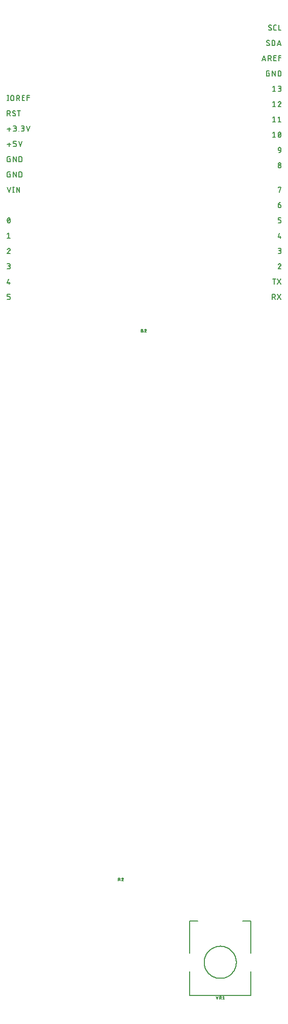
<source format=gbr>
G04 EAGLE Gerber RS-274X export*
G75*
%MOMM*%
%FSLAX34Y34*%
%LPD*%
%INSilkscreen Top*%
%IPPOS*%
%AMOC8*
5,1,8,0,0,1.08239X$1,22.5*%
G01*
%ADD10C,0.152400*%
%ADD11C,0.127000*%
%ADD12C,0.203200*%


D10*
X-197937Y406880D02*
X-196497Y406880D01*
X-196497Y402082D01*
X-199376Y402082D01*
X-199462Y402084D01*
X-199548Y402090D01*
X-199634Y402099D01*
X-199719Y402113D01*
X-199803Y402130D01*
X-199887Y402151D01*
X-199969Y402176D01*
X-200050Y402204D01*
X-200130Y402236D01*
X-200209Y402272D01*
X-200285Y402311D01*
X-200360Y402354D01*
X-200433Y402399D01*
X-200504Y402449D01*
X-200572Y402501D01*
X-200639Y402556D01*
X-200702Y402614D01*
X-200763Y402675D01*
X-200821Y402738D01*
X-200876Y402805D01*
X-200929Y402873D01*
X-200978Y402944D01*
X-201023Y403017D01*
X-201066Y403092D01*
X-201105Y403168D01*
X-201141Y403247D01*
X-201173Y403327D01*
X-201201Y403408D01*
X-201226Y403491D01*
X-201247Y403574D01*
X-201264Y403658D01*
X-201278Y403743D01*
X-201287Y403829D01*
X-201293Y403915D01*
X-201295Y404001D01*
X-201295Y408799D01*
X-201293Y408885D01*
X-201287Y408971D01*
X-201278Y409057D01*
X-201264Y409142D01*
X-201247Y409226D01*
X-201226Y409310D01*
X-201201Y409392D01*
X-201173Y409473D01*
X-201141Y409553D01*
X-201105Y409632D01*
X-201066Y409708D01*
X-201023Y409783D01*
X-200978Y409856D01*
X-200929Y409927D01*
X-200876Y409995D01*
X-200821Y410062D01*
X-200763Y410125D01*
X-200702Y410186D01*
X-200639Y410244D01*
X-200573Y410299D01*
X-200504Y410351D01*
X-200433Y410401D01*
X-200360Y410446D01*
X-200285Y410489D01*
X-200209Y410528D01*
X-200130Y410564D01*
X-200050Y410596D01*
X-199969Y410624D01*
X-199887Y410649D01*
X-199803Y410670D01*
X-199719Y410687D01*
X-199634Y410701D01*
X-199548Y410710D01*
X-199462Y410716D01*
X-199376Y410718D01*
X-196497Y410718D01*
X-191541Y410718D02*
X-191541Y402082D01*
X-186744Y402082D02*
X-191541Y410718D01*
X-186744Y410718D02*
X-186744Y402082D01*
X-181788Y402082D02*
X-181788Y410718D01*
X-179389Y410718D01*
X-179292Y410716D01*
X-179196Y410710D01*
X-179100Y410701D01*
X-179004Y410687D01*
X-178909Y410670D01*
X-178815Y410648D01*
X-178722Y410623D01*
X-178629Y410595D01*
X-178538Y410562D01*
X-178449Y410526D01*
X-178361Y410486D01*
X-178274Y410443D01*
X-178190Y410397D01*
X-178107Y410347D01*
X-178026Y410293D01*
X-177948Y410237D01*
X-177872Y410177D01*
X-177798Y410115D01*
X-177727Y410049D01*
X-177659Y409981D01*
X-177593Y409910D01*
X-177531Y409836D01*
X-177471Y409760D01*
X-177415Y409682D01*
X-177361Y409601D01*
X-177311Y409519D01*
X-177265Y409434D01*
X-177222Y409347D01*
X-177182Y409259D01*
X-177146Y409170D01*
X-177113Y409079D01*
X-177085Y408986D01*
X-177060Y408893D01*
X-177038Y408799D01*
X-177021Y408704D01*
X-177007Y408608D01*
X-176998Y408512D01*
X-176992Y408416D01*
X-176990Y408319D01*
X-176990Y404481D01*
X-176992Y404384D01*
X-176998Y404288D01*
X-177007Y404192D01*
X-177021Y404096D01*
X-177038Y404001D01*
X-177060Y403907D01*
X-177085Y403814D01*
X-177113Y403721D01*
X-177146Y403630D01*
X-177182Y403541D01*
X-177222Y403453D01*
X-177265Y403366D01*
X-177311Y403282D01*
X-177361Y403199D01*
X-177415Y403118D01*
X-177471Y403040D01*
X-177531Y402964D01*
X-177593Y402890D01*
X-177659Y402819D01*
X-177727Y402751D01*
X-177798Y402685D01*
X-177872Y402623D01*
X-177948Y402563D01*
X-178026Y402507D01*
X-178107Y402453D01*
X-178190Y402403D01*
X-178274Y402357D01*
X-178361Y402314D01*
X-178449Y402274D01*
X-178538Y402238D01*
X-178629Y402205D01*
X-178722Y402177D01*
X-178815Y402152D01*
X-178909Y402130D01*
X-179004Y402113D01*
X-179100Y402099D01*
X-179196Y402090D01*
X-179292Y402084D01*
X-179389Y402082D01*
X-181788Y402082D01*
X-196497Y381480D02*
X-197937Y381480D01*
X-196497Y381480D02*
X-196497Y376682D01*
X-199376Y376682D01*
X-199462Y376684D01*
X-199548Y376690D01*
X-199634Y376699D01*
X-199719Y376713D01*
X-199803Y376730D01*
X-199887Y376751D01*
X-199969Y376776D01*
X-200050Y376804D01*
X-200130Y376836D01*
X-200209Y376872D01*
X-200285Y376911D01*
X-200360Y376954D01*
X-200433Y376999D01*
X-200504Y377049D01*
X-200572Y377101D01*
X-200639Y377156D01*
X-200702Y377214D01*
X-200763Y377275D01*
X-200821Y377338D01*
X-200876Y377405D01*
X-200929Y377473D01*
X-200978Y377544D01*
X-201023Y377617D01*
X-201066Y377692D01*
X-201105Y377768D01*
X-201141Y377847D01*
X-201173Y377927D01*
X-201201Y378008D01*
X-201226Y378091D01*
X-201247Y378174D01*
X-201264Y378258D01*
X-201278Y378343D01*
X-201287Y378429D01*
X-201293Y378515D01*
X-201295Y378601D01*
X-201295Y383399D01*
X-201293Y383485D01*
X-201287Y383571D01*
X-201278Y383657D01*
X-201264Y383742D01*
X-201247Y383826D01*
X-201226Y383910D01*
X-201201Y383992D01*
X-201173Y384073D01*
X-201141Y384153D01*
X-201105Y384232D01*
X-201066Y384308D01*
X-201023Y384383D01*
X-200978Y384456D01*
X-200929Y384527D01*
X-200876Y384595D01*
X-200821Y384662D01*
X-200763Y384725D01*
X-200702Y384786D01*
X-200639Y384844D01*
X-200573Y384899D01*
X-200504Y384951D01*
X-200433Y385001D01*
X-200360Y385046D01*
X-200285Y385089D01*
X-200209Y385128D01*
X-200130Y385164D01*
X-200050Y385196D01*
X-199969Y385224D01*
X-199887Y385249D01*
X-199803Y385270D01*
X-199719Y385287D01*
X-199634Y385301D01*
X-199548Y385310D01*
X-199462Y385316D01*
X-199376Y385318D01*
X-196497Y385318D01*
X-191541Y385318D02*
X-191541Y376682D01*
X-186744Y376682D02*
X-191541Y385318D01*
X-186744Y385318D02*
X-186744Y376682D01*
X-181788Y376682D02*
X-181788Y385318D01*
X-179389Y385318D01*
X-179292Y385316D01*
X-179196Y385310D01*
X-179100Y385301D01*
X-179004Y385287D01*
X-178909Y385270D01*
X-178815Y385248D01*
X-178722Y385223D01*
X-178629Y385195D01*
X-178538Y385162D01*
X-178449Y385126D01*
X-178361Y385086D01*
X-178274Y385043D01*
X-178190Y384997D01*
X-178107Y384947D01*
X-178026Y384893D01*
X-177948Y384837D01*
X-177872Y384777D01*
X-177798Y384715D01*
X-177727Y384649D01*
X-177659Y384581D01*
X-177593Y384510D01*
X-177531Y384436D01*
X-177471Y384360D01*
X-177415Y384282D01*
X-177361Y384201D01*
X-177311Y384119D01*
X-177265Y384034D01*
X-177222Y383947D01*
X-177182Y383859D01*
X-177146Y383770D01*
X-177113Y383679D01*
X-177085Y383586D01*
X-177060Y383493D01*
X-177038Y383399D01*
X-177021Y383304D01*
X-177007Y383208D01*
X-176998Y383112D01*
X-176992Y383016D01*
X-176990Y382919D01*
X-176990Y379081D01*
X-176992Y378984D01*
X-176998Y378888D01*
X-177007Y378792D01*
X-177021Y378696D01*
X-177038Y378601D01*
X-177060Y378507D01*
X-177085Y378414D01*
X-177113Y378321D01*
X-177146Y378230D01*
X-177182Y378141D01*
X-177222Y378053D01*
X-177265Y377966D01*
X-177311Y377882D01*
X-177361Y377799D01*
X-177415Y377718D01*
X-177471Y377640D01*
X-177531Y377564D01*
X-177593Y377490D01*
X-177659Y377419D01*
X-177727Y377351D01*
X-177798Y377285D01*
X-177872Y377223D01*
X-177948Y377163D01*
X-178026Y377107D01*
X-178107Y377053D01*
X-178190Y377003D01*
X-178274Y376957D01*
X-178361Y376914D01*
X-178449Y376874D01*
X-178538Y376838D01*
X-178629Y376805D01*
X-178722Y376777D01*
X-178815Y376752D01*
X-178909Y376730D01*
X-179004Y376713D01*
X-179100Y376699D01*
X-179196Y376690D01*
X-179292Y376684D01*
X-179389Y376682D01*
X-181788Y376682D01*
X-195538Y430840D02*
X-201295Y430840D01*
X-198416Y427962D02*
X-198416Y433719D01*
X-191062Y427482D02*
X-188183Y427482D01*
X-188097Y427484D01*
X-188011Y427490D01*
X-187925Y427499D01*
X-187840Y427513D01*
X-187756Y427530D01*
X-187672Y427551D01*
X-187590Y427576D01*
X-187509Y427604D01*
X-187429Y427636D01*
X-187350Y427672D01*
X-187274Y427711D01*
X-187199Y427754D01*
X-187126Y427799D01*
X-187055Y427848D01*
X-186987Y427901D01*
X-186920Y427956D01*
X-186857Y428014D01*
X-186796Y428075D01*
X-186738Y428138D01*
X-186683Y428205D01*
X-186630Y428273D01*
X-186581Y428344D01*
X-186536Y428417D01*
X-186493Y428492D01*
X-186454Y428568D01*
X-186418Y428647D01*
X-186386Y428727D01*
X-186358Y428808D01*
X-186333Y428890D01*
X-186312Y428974D01*
X-186295Y429058D01*
X-186281Y429143D01*
X-186272Y429229D01*
X-186266Y429315D01*
X-186264Y429401D01*
X-186264Y430361D01*
X-186266Y430447D01*
X-186272Y430533D01*
X-186281Y430619D01*
X-186295Y430704D01*
X-186312Y430788D01*
X-186333Y430872D01*
X-186358Y430954D01*
X-186386Y431035D01*
X-186418Y431115D01*
X-186454Y431194D01*
X-186493Y431270D01*
X-186536Y431345D01*
X-186581Y431418D01*
X-186631Y431489D01*
X-186683Y431557D01*
X-186738Y431624D01*
X-186796Y431687D01*
X-186857Y431748D01*
X-186920Y431806D01*
X-186987Y431861D01*
X-187055Y431914D01*
X-187126Y431963D01*
X-187199Y432008D01*
X-187274Y432051D01*
X-187350Y432090D01*
X-187429Y432126D01*
X-187509Y432158D01*
X-187590Y432186D01*
X-187673Y432211D01*
X-187756Y432232D01*
X-187840Y432249D01*
X-187925Y432263D01*
X-188011Y432272D01*
X-188097Y432278D01*
X-188183Y432280D01*
X-191062Y432280D01*
X-191062Y436118D01*
X-186264Y436118D01*
X-182397Y436118D02*
X-179519Y427482D01*
X-176640Y436118D01*
X-201295Y478282D02*
X-201295Y486918D01*
X-198896Y486918D01*
X-198799Y486916D01*
X-198703Y486910D01*
X-198607Y486901D01*
X-198511Y486887D01*
X-198416Y486870D01*
X-198322Y486848D01*
X-198229Y486823D01*
X-198136Y486795D01*
X-198045Y486762D01*
X-197956Y486726D01*
X-197868Y486686D01*
X-197781Y486643D01*
X-197696Y486597D01*
X-197614Y486547D01*
X-197533Y486493D01*
X-197455Y486437D01*
X-197379Y486377D01*
X-197305Y486315D01*
X-197234Y486249D01*
X-197166Y486181D01*
X-197100Y486110D01*
X-197038Y486036D01*
X-196978Y485960D01*
X-196922Y485882D01*
X-196868Y485801D01*
X-196818Y485719D01*
X-196772Y485634D01*
X-196729Y485547D01*
X-196689Y485459D01*
X-196653Y485370D01*
X-196620Y485279D01*
X-196592Y485186D01*
X-196567Y485093D01*
X-196545Y484999D01*
X-196528Y484904D01*
X-196514Y484808D01*
X-196505Y484712D01*
X-196499Y484616D01*
X-196497Y484519D01*
X-196499Y484422D01*
X-196505Y484326D01*
X-196514Y484230D01*
X-196528Y484134D01*
X-196545Y484039D01*
X-196567Y483945D01*
X-196592Y483852D01*
X-196620Y483759D01*
X-196653Y483668D01*
X-196689Y483579D01*
X-196729Y483491D01*
X-196772Y483404D01*
X-196818Y483320D01*
X-196868Y483237D01*
X-196922Y483156D01*
X-196978Y483078D01*
X-197038Y483002D01*
X-197100Y482928D01*
X-197166Y482857D01*
X-197234Y482789D01*
X-197305Y482723D01*
X-197379Y482661D01*
X-197455Y482601D01*
X-197533Y482545D01*
X-197614Y482491D01*
X-197697Y482441D01*
X-197781Y482395D01*
X-197868Y482352D01*
X-197956Y482312D01*
X-198045Y482276D01*
X-198136Y482243D01*
X-198229Y482215D01*
X-198322Y482190D01*
X-198416Y482168D01*
X-198511Y482151D01*
X-198607Y482137D01*
X-198703Y482128D01*
X-198799Y482122D01*
X-198896Y482120D01*
X-201295Y482120D01*
X-198416Y482120D02*
X-196497Y478282D01*
X-189662Y478282D02*
X-189576Y478284D01*
X-189490Y478290D01*
X-189404Y478299D01*
X-189319Y478313D01*
X-189235Y478330D01*
X-189151Y478351D01*
X-189069Y478376D01*
X-188988Y478404D01*
X-188908Y478436D01*
X-188829Y478472D01*
X-188753Y478511D01*
X-188678Y478554D01*
X-188605Y478599D01*
X-188534Y478648D01*
X-188466Y478701D01*
X-188399Y478756D01*
X-188336Y478814D01*
X-188275Y478875D01*
X-188217Y478938D01*
X-188162Y479005D01*
X-188109Y479073D01*
X-188060Y479144D01*
X-188015Y479217D01*
X-187972Y479292D01*
X-187933Y479368D01*
X-187897Y479447D01*
X-187865Y479527D01*
X-187837Y479608D01*
X-187812Y479690D01*
X-187791Y479774D01*
X-187774Y479858D01*
X-187760Y479943D01*
X-187751Y480029D01*
X-187745Y480115D01*
X-187743Y480201D01*
X-189662Y478282D02*
X-189785Y478284D01*
X-189908Y478289D01*
X-190031Y478299D01*
X-190153Y478312D01*
X-190275Y478329D01*
X-190397Y478349D01*
X-190517Y478373D01*
X-190637Y478401D01*
X-190756Y478432D01*
X-190874Y478468D01*
X-190991Y478506D01*
X-191107Y478548D01*
X-191221Y478594D01*
X-191334Y478643D01*
X-191446Y478695D01*
X-191555Y478751D01*
X-191663Y478810D01*
X-191769Y478873D01*
X-191874Y478938D01*
X-191976Y479007D01*
X-192076Y479079D01*
X-192173Y479154D01*
X-192269Y479231D01*
X-192362Y479312D01*
X-192453Y479395D01*
X-192541Y479481D01*
X-192301Y484999D02*
X-192299Y485085D01*
X-192293Y485171D01*
X-192284Y485257D01*
X-192270Y485342D01*
X-192253Y485426D01*
X-192232Y485510D01*
X-192207Y485592D01*
X-192179Y485673D01*
X-192147Y485753D01*
X-192111Y485832D01*
X-192072Y485908D01*
X-192029Y485983D01*
X-191984Y486056D01*
X-191935Y486127D01*
X-191882Y486195D01*
X-191827Y486262D01*
X-191769Y486325D01*
X-191708Y486386D01*
X-191645Y486444D01*
X-191578Y486499D01*
X-191510Y486552D01*
X-191439Y486601D01*
X-191366Y486646D01*
X-191291Y486689D01*
X-191215Y486728D01*
X-191136Y486764D01*
X-191056Y486796D01*
X-190975Y486824D01*
X-190893Y486849D01*
X-190809Y486870D01*
X-190725Y486887D01*
X-190640Y486901D01*
X-190554Y486910D01*
X-190468Y486916D01*
X-190382Y486918D01*
X-190266Y486916D01*
X-190151Y486911D01*
X-190035Y486901D01*
X-189920Y486888D01*
X-189806Y486872D01*
X-189692Y486851D01*
X-189578Y486827D01*
X-189466Y486799D01*
X-189355Y486768D01*
X-189244Y486733D01*
X-189135Y486695D01*
X-189027Y486653D01*
X-188921Y486608D01*
X-188815Y486559D01*
X-188712Y486507D01*
X-188610Y486452D01*
X-188511Y486393D01*
X-188413Y486331D01*
X-188317Y486266D01*
X-188223Y486198D01*
X-191342Y483320D02*
X-191416Y483366D01*
X-191489Y483416D01*
X-191559Y483469D01*
X-191627Y483525D01*
X-191692Y483584D01*
X-191755Y483646D01*
X-191814Y483711D01*
X-191871Y483778D01*
X-191925Y483848D01*
X-191975Y483920D01*
X-192022Y483994D01*
X-192066Y484070D01*
X-192106Y484149D01*
X-192142Y484229D01*
X-192175Y484310D01*
X-192204Y484393D01*
X-192230Y484478D01*
X-192252Y484563D01*
X-192269Y484649D01*
X-192283Y484736D01*
X-192293Y484823D01*
X-192299Y484911D01*
X-192301Y484999D01*
X-188703Y481880D02*
X-188628Y481834D01*
X-188555Y481784D01*
X-188485Y481731D01*
X-188417Y481675D01*
X-188352Y481616D01*
X-188289Y481554D01*
X-188230Y481489D01*
X-188173Y481422D01*
X-188119Y481352D01*
X-188069Y481280D01*
X-188022Y481206D01*
X-187978Y481130D01*
X-187938Y481051D01*
X-187902Y480971D01*
X-187869Y480890D01*
X-187840Y480807D01*
X-187814Y480722D01*
X-187792Y480637D01*
X-187775Y480551D01*
X-187761Y480464D01*
X-187751Y480377D01*
X-187745Y480289D01*
X-187743Y480201D01*
X-188702Y481880D02*
X-191341Y483320D01*
X-181912Y486918D02*
X-181912Y478282D01*
X-184311Y486918D02*
X-179513Y486918D01*
X-201295Y359918D02*
X-198416Y351282D01*
X-195538Y359918D01*
X-191101Y359918D02*
X-191101Y351282D01*
X-190142Y351282D02*
X-192061Y351282D01*
X-192061Y359918D02*
X-190142Y359918D01*
X-185880Y359918D02*
X-185880Y351282D01*
X-181082Y351282D02*
X-185880Y359918D01*
X-181082Y359918D02*
X-181082Y351282D01*
X-195538Y456240D02*
X-201295Y456240D01*
X-198416Y453362D02*
X-198416Y459119D01*
X-191062Y452882D02*
X-188663Y452882D01*
X-188566Y452884D01*
X-188470Y452890D01*
X-188374Y452899D01*
X-188278Y452913D01*
X-188183Y452930D01*
X-188089Y452952D01*
X-187996Y452977D01*
X-187903Y453005D01*
X-187812Y453038D01*
X-187723Y453074D01*
X-187635Y453114D01*
X-187548Y453157D01*
X-187464Y453203D01*
X-187381Y453253D01*
X-187300Y453307D01*
X-187222Y453363D01*
X-187146Y453423D01*
X-187072Y453485D01*
X-187001Y453551D01*
X-186933Y453619D01*
X-186867Y453690D01*
X-186805Y453764D01*
X-186745Y453840D01*
X-186689Y453918D01*
X-186635Y453999D01*
X-186585Y454082D01*
X-186539Y454166D01*
X-186496Y454253D01*
X-186456Y454341D01*
X-186420Y454430D01*
X-186387Y454521D01*
X-186359Y454614D01*
X-186334Y454707D01*
X-186312Y454801D01*
X-186295Y454896D01*
X-186281Y454992D01*
X-186272Y455088D01*
X-186266Y455184D01*
X-186264Y455281D01*
X-186266Y455378D01*
X-186272Y455474D01*
X-186281Y455570D01*
X-186295Y455666D01*
X-186312Y455761D01*
X-186334Y455855D01*
X-186359Y455948D01*
X-186387Y456041D01*
X-186420Y456132D01*
X-186456Y456221D01*
X-186496Y456309D01*
X-186539Y456396D01*
X-186585Y456481D01*
X-186635Y456563D01*
X-186689Y456644D01*
X-186745Y456722D01*
X-186805Y456798D01*
X-186867Y456872D01*
X-186933Y456943D01*
X-187001Y457011D01*
X-187072Y457077D01*
X-187146Y457139D01*
X-187222Y457199D01*
X-187300Y457255D01*
X-187381Y457309D01*
X-187463Y457359D01*
X-187548Y457405D01*
X-187635Y457448D01*
X-187723Y457488D01*
X-187812Y457524D01*
X-187903Y457557D01*
X-187996Y457585D01*
X-188089Y457610D01*
X-188183Y457632D01*
X-188278Y457649D01*
X-188374Y457663D01*
X-188470Y457672D01*
X-188566Y457678D01*
X-188663Y457680D01*
X-188183Y461518D02*
X-191062Y461518D01*
X-188183Y461518D02*
X-188097Y461516D01*
X-188011Y461510D01*
X-187925Y461501D01*
X-187840Y461487D01*
X-187756Y461470D01*
X-187672Y461449D01*
X-187590Y461424D01*
X-187509Y461396D01*
X-187429Y461364D01*
X-187350Y461328D01*
X-187274Y461289D01*
X-187199Y461246D01*
X-187126Y461201D01*
X-187055Y461152D01*
X-186987Y461099D01*
X-186920Y461044D01*
X-186857Y460986D01*
X-186796Y460925D01*
X-186738Y460862D01*
X-186683Y460795D01*
X-186630Y460727D01*
X-186581Y460656D01*
X-186536Y460583D01*
X-186493Y460508D01*
X-186454Y460432D01*
X-186418Y460353D01*
X-186386Y460273D01*
X-186358Y460192D01*
X-186333Y460110D01*
X-186312Y460026D01*
X-186295Y459942D01*
X-186281Y459857D01*
X-186272Y459771D01*
X-186266Y459685D01*
X-186264Y459599D01*
X-186266Y459513D01*
X-186272Y459427D01*
X-186281Y459341D01*
X-186295Y459256D01*
X-186312Y459172D01*
X-186333Y459088D01*
X-186358Y459006D01*
X-186386Y458925D01*
X-186418Y458845D01*
X-186454Y458766D01*
X-186493Y458690D01*
X-186536Y458615D01*
X-186581Y458542D01*
X-186630Y458471D01*
X-186683Y458403D01*
X-186738Y458336D01*
X-186796Y458273D01*
X-186857Y458212D01*
X-186920Y458154D01*
X-186987Y458099D01*
X-187055Y458046D01*
X-187126Y457997D01*
X-187199Y457952D01*
X-187274Y457909D01*
X-187350Y457870D01*
X-187429Y457834D01*
X-187509Y457802D01*
X-187590Y457774D01*
X-187672Y457749D01*
X-187756Y457728D01*
X-187840Y457711D01*
X-187925Y457697D01*
X-188011Y457688D01*
X-188097Y457682D01*
X-188183Y457680D01*
X-190102Y457680D01*
X-182502Y453362D02*
X-182502Y452882D01*
X-182502Y453362D02*
X-182022Y453362D01*
X-182022Y452882D01*
X-182502Y452882D01*
X-178260Y452882D02*
X-175861Y452882D01*
X-175764Y452884D01*
X-175668Y452890D01*
X-175572Y452899D01*
X-175476Y452913D01*
X-175381Y452930D01*
X-175287Y452952D01*
X-175194Y452977D01*
X-175101Y453005D01*
X-175010Y453038D01*
X-174921Y453074D01*
X-174833Y453114D01*
X-174746Y453157D01*
X-174662Y453203D01*
X-174579Y453253D01*
X-174498Y453307D01*
X-174420Y453363D01*
X-174344Y453423D01*
X-174270Y453485D01*
X-174199Y453551D01*
X-174131Y453619D01*
X-174065Y453690D01*
X-174003Y453764D01*
X-173943Y453840D01*
X-173887Y453918D01*
X-173833Y453999D01*
X-173783Y454082D01*
X-173737Y454166D01*
X-173694Y454253D01*
X-173654Y454341D01*
X-173618Y454430D01*
X-173585Y454521D01*
X-173557Y454614D01*
X-173532Y454707D01*
X-173510Y454801D01*
X-173493Y454896D01*
X-173479Y454992D01*
X-173470Y455088D01*
X-173464Y455184D01*
X-173462Y455281D01*
X-173464Y455378D01*
X-173470Y455474D01*
X-173479Y455570D01*
X-173493Y455666D01*
X-173510Y455761D01*
X-173532Y455855D01*
X-173557Y455948D01*
X-173585Y456041D01*
X-173618Y456132D01*
X-173654Y456221D01*
X-173694Y456309D01*
X-173737Y456396D01*
X-173783Y456481D01*
X-173833Y456563D01*
X-173887Y456644D01*
X-173943Y456722D01*
X-174003Y456798D01*
X-174065Y456872D01*
X-174131Y456943D01*
X-174199Y457011D01*
X-174270Y457077D01*
X-174344Y457139D01*
X-174420Y457199D01*
X-174498Y457255D01*
X-174579Y457309D01*
X-174661Y457359D01*
X-174746Y457405D01*
X-174833Y457448D01*
X-174921Y457488D01*
X-175010Y457524D01*
X-175101Y457557D01*
X-175194Y457585D01*
X-175287Y457610D01*
X-175381Y457632D01*
X-175476Y457649D01*
X-175572Y457663D01*
X-175668Y457672D01*
X-175764Y457678D01*
X-175861Y457680D01*
X-175381Y461518D02*
X-178260Y461518D01*
X-175381Y461518D02*
X-175295Y461516D01*
X-175209Y461510D01*
X-175123Y461501D01*
X-175038Y461487D01*
X-174954Y461470D01*
X-174870Y461449D01*
X-174788Y461424D01*
X-174707Y461396D01*
X-174627Y461364D01*
X-174548Y461328D01*
X-174472Y461289D01*
X-174397Y461246D01*
X-174324Y461201D01*
X-174253Y461152D01*
X-174185Y461099D01*
X-174118Y461044D01*
X-174055Y460986D01*
X-173994Y460925D01*
X-173936Y460862D01*
X-173881Y460795D01*
X-173828Y460727D01*
X-173779Y460656D01*
X-173734Y460583D01*
X-173691Y460508D01*
X-173652Y460432D01*
X-173616Y460353D01*
X-173584Y460273D01*
X-173556Y460192D01*
X-173531Y460110D01*
X-173510Y460026D01*
X-173493Y459942D01*
X-173479Y459857D01*
X-173470Y459771D01*
X-173464Y459685D01*
X-173462Y459599D01*
X-173464Y459513D01*
X-173470Y459427D01*
X-173479Y459341D01*
X-173493Y459256D01*
X-173510Y459172D01*
X-173531Y459088D01*
X-173556Y459006D01*
X-173584Y458925D01*
X-173616Y458845D01*
X-173652Y458766D01*
X-173691Y458690D01*
X-173734Y458615D01*
X-173779Y458542D01*
X-173828Y458471D01*
X-173881Y458403D01*
X-173936Y458336D01*
X-173994Y458273D01*
X-174055Y458212D01*
X-174118Y458154D01*
X-174185Y458099D01*
X-174253Y458046D01*
X-174324Y457997D01*
X-174397Y457952D01*
X-174472Y457909D01*
X-174548Y457870D01*
X-174627Y457834D01*
X-174707Y457802D01*
X-174788Y457774D01*
X-174870Y457749D01*
X-174954Y457728D01*
X-175038Y457711D01*
X-175123Y457697D01*
X-175209Y457688D01*
X-175295Y457682D01*
X-175381Y457680D01*
X-177301Y457680D01*
X-169596Y461518D02*
X-166717Y452882D01*
X-163839Y461518D01*
X-200575Y307919D02*
X-200648Y307765D01*
X-200717Y307610D01*
X-200782Y307453D01*
X-200844Y307295D01*
X-200901Y307135D01*
X-200955Y306974D01*
X-201005Y306811D01*
X-201051Y306648D01*
X-201093Y306483D01*
X-201131Y306317D01*
X-201166Y306151D01*
X-201196Y305984D01*
X-201222Y305816D01*
X-201244Y305648D01*
X-201263Y305479D01*
X-201277Y305309D01*
X-201287Y305140D01*
X-201293Y304970D01*
X-201295Y304800D01*
X-200575Y307919D02*
X-200547Y307995D01*
X-200515Y308070D01*
X-200480Y308144D01*
X-200442Y308216D01*
X-200400Y308286D01*
X-200355Y308354D01*
X-200307Y308420D01*
X-200256Y308484D01*
X-200202Y308545D01*
X-200146Y308604D01*
X-200086Y308660D01*
X-200025Y308713D01*
X-199961Y308763D01*
X-199894Y308811D01*
X-199826Y308855D01*
X-199755Y308896D01*
X-199683Y308934D01*
X-199609Y308968D01*
X-199534Y308999D01*
X-199457Y309027D01*
X-199379Y309051D01*
X-199300Y309071D01*
X-199220Y309088D01*
X-199140Y309101D01*
X-199059Y309111D01*
X-198978Y309116D01*
X-198896Y309118D01*
X-198814Y309116D01*
X-198733Y309111D01*
X-198652Y309101D01*
X-198572Y309088D01*
X-198492Y309071D01*
X-198413Y309051D01*
X-198335Y309027D01*
X-198258Y308999D01*
X-198183Y308968D01*
X-198109Y308934D01*
X-198037Y308896D01*
X-197966Y308855D01*
X-197898Y308811D01*
X-197831Y308763D01*
X-197767Y308713D01*
X-197706Y308660D01*
X-197646Y308604D01*
X-197590Y308545D01*
X-197536Y308484D01*
X-197485Y308420D01*
X-197437Y308354D01*
X-197392Y308286D01*
X-197350Y308216D01*
X-197312Y308144D01*
X-197277Y308070D01*
X-197245Y307995D01*
X-197217Y307919D01*
X-197144Y307765D01*
X-197075Y307610D01*
X-197010Y307453D01*
X-196948Y307295D01*
X-196891Y307135D01*
X-196837Y306974D01*
X-196787Y306811D01*
X-196741Y306648D01*
X-196699Y306483D01*
X-196661Y306317D01*
X-196626Y306151D01*
X-196596Y305984D01*
X-196570Y305816D01*
X-196548Y305648D01*
X-196529Y305479D01*
X-196515Y305309D01*
X-196505Y305140D01*
X-196499Y304970D01*
X-196497Y304800D01*
X-201295Y304800D02*
X-201293Y304630D01*
X-201287Y304460D01*
X-201277Y304291D01*
X-201263Y304121D01*
X-201244Y303952D01*
X-201222Y303784D01*
X-201196Y303616D01*
X-201166Y303449D01*
X-201131Y303283D01*
X-201093Y303117D01*
X-201051Y302952D01*
X-201005Y302789D01*
X-200955Y302627D01*
X-200901Y302465D01*
X-200844Y302306D01*
X-200782Y302147D01*
X-200717Y301990D01*
X-200648Y301835D01*
X-200575Y301681D01*
X-200547Y301605D01*
X-200515Y301530D01*
X-200480Y301456D01*
X-200442Y301384D01*
X-200400Y301314D01*
X-200355Y301246D01*
X-200307Y301180D01*
X-200256Y301116D01*
X-200202Y301055D01*
X-200146Y300996D01*
X-200086Y300940D01*
X-200025Y300887D01*
X-199961Y300837D01*
X-199894Y300789D01*
X-199826Y300745D01*
X-199755Y300704D01*
X-199683Y300666D01*
X-199609Y300632D01*
X-199534Y300601D01*
X-199457Y300573D01*
X-199379Y300549D01*
X-199300Y300529D01*
X-199220Y300512D01*
X-199140Y300499D01*
X-199059Y300489D01*
X-198978Y300484D01*
X-198896Y300482D01*
X-197217Y301681D02*
X-197144Y301835D01*
X-197075Y301990D01*
X-197010Y302147D01*
X-196948Y302306D01*
X-196891Y302465D01*
X-196837Y302627D01*
X-196787Y302789D01*
X-196741Y302952D01*
X-196699Y303117D01*
X-196661Y303283D01*
X-196626Y303449D01*
X-196596Y303616D01*
X-196570Y303784D01*
X-196548Y303952D01*
X-196529Y304121D01*
X-196515Y304291D01*
X-196505Y304460D01*
X-196499Y304630D01*
X-196497Y304800D01*
X-197217Y301681D02*
X-197245Y301605D01*
X-197277Y301530D01*
X-197312Y301456D01*
X-197350Y301384D01*
X-197392Y301314D01*
X-197437Y301246D01*
X-197485Y301180D01*
X-197536Y301116D01*
X-197590Y301055D01*
X-197646Y300996D01*
X-197706Y300940D01*
X-197767Y300887D01*
X-197831Y300837D01*
X-197898Y300789D01*
X-197966Y300745D01*
X-198037Y300704D01*
X-198109Y300666D01*
X-198183Y300632D01*
X-198258Y300601D01*
X-198335Y300573D01*
X-198413Y300549D01*
X-198492Y300529D01*
X-198572Y300512D01*
X-198652Y300499D01*
X-198733Y300489D01*
X-198814Y300484D01*
X-198896Y300482D01*
X-200815Y302401D02*
X-196977Y307199D01*
X-198896Y283718D02*
X-201295Y281799D01*
X-198896Y283718D02*
X-198896Y275082D01*
X-201295Y275082D02*
X-196497Y275082D01*
X-198656Y258318D02*
X-198564Y258316D01*
X-198473Y258310D01*
X-198382Y258301D01*
X-198291Y258287D01*
X-198201Y258270D01*
X-198112Y258248D01*
X-198024Y258223D01*
X-197937Y258195D01*
X-197851Y258162D01*
X-197767Y258126D01*
X-197684Y258087D01*
X-197603Y258044D01*
X-197524Y257997D01*
X-197447Y257948D01*
X-197372Y257895D01*
X-197300Y257839D01*
X-197230Y257780D01*
X-197162Y257718D01*
X-197097Y257653D01*
X-197035Y257585D01*
X-196976Y257515D01*
X-196920Y257443D01*
X-196867Y257368D01*
X-196818Y257291D01*
X-196771Y257212D01*
X-196728Y257131D01*
X-196689Y257048D01*
X-196653Y256964D01*
X-196620Y256878D01*
X-196592Y256791D01*
X-196567Y256703D01*
X-196545Y256614D01*
X-196528Y256524D01*
X-196514Y256433D01*
X-196505Y256342D01*
X-196499Y256251D01*
X-196497Y256159D01*
X-198656Y258318D02*
X-198759Y258316D01*
X-198861Y258310D01*
X-198963Y258301D01*
X-199065Y258288D01*
X-199166Y258271D01*
X-199267Y258250D01*
X-199366Y258226D01*
X-199465Y258197D01*
X-199562Y258166D01*
X-199659Y258130D01*
X-199754Y258092D01*
X-199847Y258049D01*
X-199939Y258003D01*
X-200029Y257954D01*
X-200117Y257902D01*
X-200204Y257846D01*
X-200288Y257787D01*
X-200369Y257726D01*
X-200449Y257661D01*
X-200526Y257593D01*
X-200601Y257522D01*
X-200672Y257449D01*
X-200741Y257373D01*
X-200808Y257295D01*
X-200871Y257214D01*
X-200931Y257131D01*
X-200988Y257046D01*
X-201042Y256959D01*
X-201093Y256869D01*
X-201140Y256778D01*
X-201184Y256686D01*
X-201225Y256591D01*
X-201262Y256496D01*
X-201295Y256399D01*
X-197217Y254480D02*
X-197150Y254546D01*
X-197086Y254615D01*
X-197025Y254686D01*
X-196967Y254760D01*
X-196912Y254836D01*
X-196860Y254914D01*
X-196811Y254994D01*
X-196765Y255076D01*
X-196723Y255160D01*
X-196684Y255246D01*
X-196649Y255333D01*
X-196618Y255421D01*
X-196590Y255511D01*
X-196565Y255601D01*
X-196544Y255693D01*
X-196527Y255785D01*
X-196514Y255878D01*
X-196505Y255971D01*
X-196499Y256065D01*
X-196497Y256159D01*
X-197217Y254480D02*
X-201295Y249682D01*
X-196497Y249682D01*
X-198896Y224282D02*
X-201295Y224282D01*
X-198896Y224282D02*
X-198799Y224284D01*
X-198703Y224290D01*
X-198607Y224299D01*
X-198511Y224313D01*
X-198416Y224330D01*
X-198322Y224352D01*
X-198229Y224377D01*
X-198136Y224405D01*
X-198045Y224438D01*
X-197956Y224474D01*
X-197868Y224514D01*
X-197781Y224557D01*
X-197697Y224603D01*
X-197614Y224653D01*
X-197533Y224707D01*
X-197455Y224763D01*
X-197379Y224823D01*
X-197305Y224885D01*
X-197234Y224951D01*
X-197166Y225019D01*
X-197100Y225090D01*
X-197038Y225164D01*
X-196978Y225240D01*
X-196922Y225318D01*
X-196868Y225399D01*
X-196818Y225482D01*
X-196772Y225566D01*
X-196729Y225653D01*
X-196689Y225741D01*
X-196653Y225830D01*
X-196620Y225921D01*
X-196592Y226014D01*
X-196567Y226107D01*
X-196545Y226201D01*
X-196528Y226296D01*
X-196514Y226392D01*
X-196505Y226488D01*
X-196499Y226584D01*
X-196497Y226681D01*
X-196499Y226778D01*
X-196505Y226874D01*
X-196514Y226970D01*
X-196528Y227066D01*
X-196545Y227161D01*
X-196567Y227255D01*
X-196592Y227348D01*
X-196620Y227441D01*
X-196653Y227532D01*
X-196689Y227621D01*
X-196729Y227709D01*
X-196772Y227796D01*
X-196818Y227880D01*
X-196868Y227963D01*
X-196922Y228044D01*
X-196978Y228122D01*
X-197038Y228198D01*
X-197100Y228272D01*
X-197166Y228343D01*
X-197234Y228411D01*
X-197305Y228477D01*
X-197379Y228539D01*
X-197455Y228599D01*
X-197533Y228655D01*
X-197614Y228709D01*
X-197696Y228759D01*
X-197781Y228805D01*
X-197868Y228848D01*
X-197956Y228888D01*
X-198045Y228924D01*
X-198136Y228957D01*
X-198229Y228985D01*
X-198322Y229010D01*
X-198416Y229032D01*
X-198511Y229049D01*
X-198607Y229063D01*
X-198703Y229072D01*
X-198799Y229078D01*
X-198896Y229080D01*
X-198416Y232918D02*
X-201295Y232918D01*
X-198416Y232918D02*
X-198330Y232916D01*
X-198244Y232910D01*
X-198158Y232901D01*
X-198073Y232887D01*
X-197989Y232870D01*
X-197905Y232849D01*
X-197823Y232824D01*
X-197742Y232796D01*
X-197662Y232764D01*
X-197583Y232728D01*
X-197507Y232689D01*
X-197432Y232646D01*
X-197359Y232601D01*
X-197288Y232552D01*
X-197220Y232499D01*
X-197153Y232444D01*
X-197090Y232386D01*
X-197029Y232325D01*
X-196971Y232262D01*
X-196916Y232195D01*
X-196863Y232127D01*
X-196814Y232056D01*
X-196769Y231983D01*
X-196726Y231908D01*
X-196687Y231832D01*
X-196651Y231753D01*
X-196619Y231673D01*
X-196591Y231592D01*
X-196566Y231510D01*
X-196545Y231426D01*
X-196528Y231342D01*
X-196514Y231257D01*
X-196505Y231171D01*
X-196499Y231085D01*
X-196497Y230999D01*
X-196499Y230913D01*
X-196505Y230827D01*
X-196514Y230741D01*
X-196528Y230656D01*
X-196545Y230572D01*
X-196566Y230488D01*
X-196591Y230406D01*
X-196619Y230325D01*
X-196651Y230245D01*
X-196687Y230166D01*
X-196726Y230090D01*
X-196769Y230015D01*
X-196814Y229942D01*
X-196863Y229871D01*
X-196916Y229803D01*
X-196971Y229736D01*
X-197029Y229673D01*
X-197090Y229612D01*
X-197153Y229554D01*
X-197220Y229499D01*
X-197288Y229446D01*
X-197359Y229397D01*
X-197432Y229352D01*
X-197507Y229309D01*
X-197583Y229270D01*
X-197662Y229234D01*
X-197742Y229202D01*
X-197823Y229174D01*
X-197905Y229149D01*
X-197989Y229128D01*
X-198073Y229111D01*
X-198158Y229097D01*
X-198244Y229088D01*
X-198330Y229082D01*
X-198416Y229080D01*
X-200335Y229080D01*
X-199376Y207518D02*
X-201295Y200801D01*
X-196497Y200801D01*
X-197937Y202720D02*
X-197937Y198882D01*
X-198416Y173482D02*
X-201295Y173482D01*
X-198416Y173482D02*
X-198330Y173484D01*
X-198244Y173490D01*
X-198158Y173499D01*
X-198073Y173513D01*
X-197989Y173530D01*
X-197905Y173551D01*
X-197823Y173576D01*
X-197742Y173604D01*
X-197662Y173636D01*
X-197583Y173672D01*
X-197507Y173711D01*
X-197432Y173754D01*
X-197359Y173799D01*
X-197288Y173848D01*
X-197220Y173901D01*
X-197153Y173956D01*
X-197090Y174014D01*
X-197029Y174075D01*
X-196971Y174138D01*
X-196916Y174205D01*
X-196863Y174273D01*
X-196814Y174344D01*
X-196769Y174417D01*
X-196726Y174492D01*
X-196687Y174568D01*
X-196651Y174647D01*
X-196619Y174727D01*
X-196591Y174808D01*
X-196566Y174890D01*
X-196545Y174974D01*
X-196528Y175058D01*
X-196514Y175143D01*
X-196505Y175229D01*
X-196499Y175315D01*
X-196497Y175401D01*
X-196497Y176361D01*
X-196499Y176447D01*
X-196505Y176533D01*
X-196514Y176619D01*
X-196528Y176704D01*
X-196545Y176788D01*
X-196566Y176872D01*
X-196591Y176954D01*
X-196619Y177035D01*
X-196651Y177115D01*
X-196687Y177194D01*
X-196726Y177270D01*
X-196769Y177345D01*
X-196814Y177418D01*
X-196864Y177489D01*
X-196916Y177557D01*
X-196971Y177624D01*
X-197029Y177687D01*
X-197090Y177748D01*
X-197153Y177806D01*
X-197220Y177861D01*
X-197288Y177914D01*
X-197359Y177963D01*
X-197432Y178008D01*
X-197507Y178051D01*
X-197583Y178090D01*
X-197662Y178126D01*
X-197742Y178158D01*
X-197823Y178186D01*
X-197906Y178211D01*
X-197989Y178232D01*
X-198073Y178249D01*
X-198158Y178263D01*
X-198244Y178272D01*
X-198330Y178278D01*
X-198416Y178280D01*
X-201295Y178280D01*
X-201295Y182118D01*
X-196497Y182118D01*
X232292Y549120D02*
X233731Y549120D01*
X233731Y544322D01*
X230852Y544322D01*
X230766Y544324D01*
X230680Y544330D01*
X230594Y544339D01*
X230509Y544353D01*
X230425Y544370D01*
X230341Y544391D01*
X230259Y544416D01*
X230178Y544444D01*
X230098Y544476D01*
X230019Y544512D01*
X229943Y544551D01*
X229868Y544594D01*
X229795Y544639D01*
X229724Y544688D01*
X229656Y544741D01*
X229589Y544796D01*
X229526Y544854D01*
X229465Y544915D01*
X229407Y544978D01*
X229352Y545045D01*
X229299Y545113D01*
X229250Y545184D01*
X229205Y545257D01*
X229162Y545332D01*
X229123Y545408D01*
X229087Y545487D01*
X229055Y545567D01*
X229027Y545648D01*
X229002Y545730D01*
X228981Y545814D01*
X228964Y545898D01*
X228950Y545983D01*
X228941Y546069D01*
X228935Y546155D01*
X228933Y546241D01*
X228933Y551039D01*
X228935Y551125D01*
X228941Y551211D01*
X228950Y551297D01*
X228964Y551382D01*
X228981Y551466D01*
X229002Y551550D01*
X229027Y551632D01*
X229055Y551713D01*
X229087Y551793D01*
X229123Y551872D01*
X229162Y551948D01*
X229205Y552023D01*
X229250Y552096D01*
X229299Y552167D01*
X229352Y552235D01*
X229407Y552302D01*
X229465Y552365D01*
X229526Y552426D01*
X229589Y552484D01*
X229656Y552539D01*
X229724Y552591D01*
X229795Y552641D01*
X229868Y552686D01*
X229943Y552729D01*
X230019Y552768D01*
X230098Y552804D01*
X230178Y552836D01*
X230259Y552864D01*
X230341Y552889D01*
X230425Y552910D01*
X230509Y552927D01*
X230594Y552941D01*
X230680Y552950D01*
X230766Y552956D01*
X230852Y552958D01*
X233731Y552958D01*
X238687Y552958D02*
X238687Y544322D01*
X243484Y544322D02*
X238687Y552958D01*
X243484Y552958D02*
X243484Y544322D01*
X248440Y544322D02*
X248440Y552958D01*
X250839Y552958D01*
X250936Y552956D01*
X251032Y552950D01*
X251128Y552941D01*
X251224Y552927D01*
X251319Y552910D01*
X251413Y552888D01*
X251506Y552863D01*
X251599Y552835D01*
X251690Y552802D01*
X251779Y552766D01*
X251867Y552726D01*
X251954Y552683D01*
X252039Y552637D01*
X252121Y552587D01*
X252202Y552533D01*
X252280Y552477D01*
X252356Y552417D01*
X252430Y552355D01*
X252501Y552289D01*
X252569Y552221D01*
X252635Y552150D01*
X252697Y552076D01*
X252757Y552000D01*
X252813Y551922D01*
X252867Y551841D01*
X252917Y551759D01*
X252963Y551674D01*
X253006Y551587D01*
X253046Y551499D01*
X253082Y551410D01*
X253115Y551319D01*
X253143Y551226D01*
X253168Y551133D01*
X253190Y551039D01*
X253207Y550944D01*
X253221Y550848D01*
X253230Y550752D01*
X253236Y550656D01*
X253238Y550559D01*
X253238Y546721D01*
X253236Y546624D01*
X253230Y546528D01*
X253221Y546432D01*
X253207Y546336D01*
X253190Y546241D01*
X253168Y546147D01*
X253143Y546054D01*
X253115Y545961D01*
X253082Y545870D01*
X253046Y545781D01*
X253006Y545693D01*
X252963Y545606D01*
X252917Y545522D01*
X252867Y545439D01*
X252813Y545358D01*
X252757Y545280D01*
X252697Y545204D01*
X252635Y545130D01*
X252569Y545059D01*
X252501Y544991D01*
X252430Y544925D01*
X252356Y544863D01*
X252280Y544803D01*
X252202Y544747D01*
X252121Y544693D01*
X252039Y544643D01*
X251954Y544597D01*
X251867Y544554D01*
X251779Y544514D01*
X251690Y544478D01*
X251599Y544445D01*
X251506Y544417D01*
X251413Y544392D01*
X251319Y544370D01*
X251224Y544353D01*
X251128Y544339D01*
X251032Y544330D01*
X250936Y544324D01*
X250839Y544322D01*
X248440Y544322D01*
X241695Y527558D02*
X239296Y525639D01*
X241695Y527558D02*
X241695Y518922D01*
X239296Y518922D02*
X244094Y518922D01*
X248440Y518922D02*
X250839Y518922D01*
X250936Y518924D01*
X251032Y518930D01*
X251128Y518939D01*
X251224Y518953D01*
X251319Y518970D01*
X251413Y518992D01*
X251506Y519017D01*
X251599Y519045D01*
X251690Y519078D01*
X251779Y519114D01*
X251867Y519154D01*
X251954Y519197D01*
X252039Y519243D01*
X252121Y519293D01*
X252202Y519347D01*
X252280Y519403D01*
X252356Y519463D01*
X252430Y519525D01*
X252501Y519591D01*
X252569Y519659D01*
X252635Y519730D01*
X252697Y519804D01*
X252757Y519880D01*
X252813Y519958D01*
X252867Y520039D01*
X252917Y520122D01*
X252963Y520206D01*
X253006Y520293D01*
X253046Y520381D01*
X253082Y520470D01*
X253115Y520561D01*
X253143Y520654D01*
X253168Y520747D01*
X253190Y520841D01*
X253207Y520936D01*
X253221Y521032D01*
X253230Y521128D01*
X253236Y521224D01*
X253238Y521321D01*
X253236Y521418D01*
X253230Y521514D01*
X253221Y521610D01*
X253207Y521706D01*
X253190Y521801D01*
X253168Y521895D01*
X253143Y521988D01*
X253115Y522081D01*
X253082Y522172D01*
X253046Y522261D01*
X253006Y522349D01*
X252963Y522436D01*
X252917Y522521D01*
X252867Y522603D01*
X252813Y522684D01*
X252757Y522762D01*
X252697Y522838D01*
X252635Y522912D01*
X252569Y522983D01*
X252501Y523051D01*
X252430Y523117D01*
X252356Y523179D01*
X252280Y523239D01*
X252202Y523295D01*
X252121Y523349D01*
X252039Y523399D01*
X251954Y523445D01*
X251867Y523488D01*
X251779Y523528D01*
X251690Y523564D01*
X251599Y523597D01*
X251506Y523625D01*
X251413Y523650D01*
X251319Y523672D01*
X251224Y523689D01*
X251128Y523703D01*
X251032Y523712D01*
X250936Y523718D01*
X250839Y523720D01*
X251319Y527558D02*
X248440Y527558D01*
X251319Y527558D02*
X251405Y527556D01*
X251491Y527550D01*
X251577Y527541D01*
X251662Y527527D01*
X251746Y527510D01*
X251830Y527489D01*
X251912Y527464D01*
X251993Y527436D01*
X252073Y527404D01*
X252152Y527368D01*
X252228Y527329D01*
X252303Y527286D01*
X252376Y527241D01*
X252447Y527192D01*
X252515Y527139D01*
X252582Y527084D01*
X252645Y527026D01*
X252706Y526965D01*
X252764Y526902D01*
X252819Y526835D01*
X252872Y526767D01*
X252921Y526696D01*
X252966Y526623D01*
X253009Y526548D01*
X253048Y526472D01*
X253084Y526393D01*
X253116Y526313D01*
X253144Y526232D01*
X253169Y526150D01*
X253190Y526066D01*
X253207Y525982D01*
X253221Y525897D01*
X253230Y525811D01*
X253236Y525725D01*
X253238Y525639D01*
X253236Y525553D01*
X253230Y525467D01*
X253221Y525381D01*
X253207Y525296D01*
X253190Y525212D01*
X253169Y525128D01*
X253144Y525046D01*
X253116Y524965D01*
X253084Y524885D01*
X253048Y524806D01*
X253009Y524730D01*
X252966Y524655D01*
X252921Y524582D01*
X252872Y524511D01*
X252819Y524443D01*
X252764Y524376D01*
X252706Y524313D01*
X252645Y524252D01*
X252582Y524194D01*
X252515Y524139D01*
X252447Y524086D01*
X252376Y524037D01*
X252303Y523992D01*
X252228Y523949D01*
X252152Y523910D01*
X252073Y523874D01*
X251993Y523842D01*
X251912Y523814D01*
X251830Y523789D01*
X251746Y523768D01*
X251662Y523751D01*
X251577Y523737D01*
X251491Y523728D01*
X251405Y523722D01*
X251319Y523720D01*
X249400Y523720D01*
X241695Y502158D02*
X239296Y500239D01*
X241695Y502158D02*
X241695Y493522D01*
X239296Y493522D02*
X244094Y493522D01*
X251079Y502158D02*
X251171Y502156D01*
X251262Y502150D01*
X251353Y502141D01*
X251444Y502127D01*
X251534Y502110D01*
X251623Y502088D01*
X251711Y502063D01*
X251798Y502035D01*
X251884Y502002D01*
X251968Y501966D01*
X252051Y501927D01*
X252132Y501884D01*
X252211Y501837D01*
X252288Y501788D01*
X252363Y501735D01*
X252435Y501679D01*
X252505Y501620D01*
X252573Y501558D01*
X252638Y501493D01*
X252700Y501425D01*
X252759Y501355D01*
X252815Y501283D01*
X252868Y501208D01*
X252917Y501131D01*
X252964Y501052D01*
X253007Y500971D01*
X253046Y500888D01*
X253082Y500804D01*
X253115Y500718D01*
X253143Y500631D01*
X253168Y500543D01*
X253190Y500454D01*
X253207Y500364D01*
X253221Y500273D01*
X253230Y500182D01*
X253236Y500091D01*
X253238Y499999D01*
X251079Y502158D02*
X250976Y502156D01*
X250874Y502150D01*
X250772Y502141D01*
X250670Y502128D01*
X250569Y502111D01*
X250468Y502090D01*
X250369Y502066D01*
X250270Y502037D01*
X250173Y502006D01*
X250076Y501970D01*
X249981Y501932D01*
X249888Y501889D01*
X249796Y501843D01*
X249706Y501794D01*
X249618Y501742D01*
X249531Y501686D01*
X249447Y501627D01*
X249366Y501566D01*
X249286Y501501D01*
X249209Y501433D01*
X249134Y501362D01*
X249063Y501289D01*
X248994Y501213D01*
X248927Y501135D01*
X248864Y501054D01*
X248804Y500971D01*
X248747Y500886D01*
X248693Y500799D01*
X248642Y500709D01*
X248595Y500618D01*
X248551Y500526D01*
X248510Y500431D01*
X248473Y500336D01*
X248440Y500239D01*
X252518Y498320D02*
X252585Y498386D01*
X252649Y498455D01*
X252710Y498526D01*
X252768Y498600D01*
X252823Y498676D01*
X252875Y498754D01*
X252924Y498834D01*
X252970Y498916D01*
X253012Y499000D01*
X253051Y499086D01*
X253086Y499173D01*
X253117Y499261D01*
X253145Y499351D01*
X253170Y499441D01*
X253191Y499533D01*
X253208Y499625D01*
X253221Y499718D01*
X253230Y499811D01*
X253236Y499905D01*
X253238Y499999D01*
X252518Y498320D02*
X248440Y493522D01*
X253238Y493522D01*
X241695Y476758D02*
X239296Y474839D01*
X241695Y476758D02*
X241695Y468122D01*
X239296Y468122D02*
X244094Y468122D01*
X248440Y474839D02*
X250839Y476758D01*
X250839Y468122D01*
X248440Y468122D02*
X253238Y468122D01*
X222072Y569722D02*
X224950Y578358D01*
X227829Y569722D01*
X227109Y571881D02*
X222791Y571881D01*
X232085Y569722D02*
X232085Y578358D01*
X234484Y578358D01*
X234581Y578356D01*
X234677Y578350D01*
X234773Y578341D01*
X234869Y578327D01*
X234964Y578310D01*
X235058Y578288D01*
X235151Y578263D01*
X235244Y578235D01*
X235335Y578202D01*
X235424Y578166D01*
X235512Y578126D01*
X235599Y578083D01*
X235684Y578037D01*
X235766Y577987D01*
X235847Y577933D01*
X235925Y577877D01*
X236001Y577817D01*
X236075Y577755D01*
X236146Y577689D01*
X236214Y577621D01*
X236280Y577550D01*
X236342Y577476D01*
X236402Y577400D01*
X236458Y577322D01*
X236512Y577241D01*
X236562Y577159D01*
X236608Y577074D01*
X236651Y576987D01*
X236691Y576899D01*
X236727Y576810D01*
X236760Y576719D01*
X236788Y576626D01*
X236813Y576533D01*
X236835Y576439D01*
X236852Y576344D01*
X236866Y576248D01*
X236875Y576152D01*
X236881Y576056D01*
X236883Y575959D01*
X236881Y575862D01*
X236875Y575766D01*
X236866Y575670D01*
X236852Y575574D01*
X236835Y575479D01*
X236813Y575385D01*
X236788Y575292D01*
X236760Y575199D01*
X236727Y575108D01*
X236691Y575019D01*
X236651Y574931D01*
X236608Y574844D01*
X236562Y574760D01*
X236512Y574677D01*
X236458Y574596D01*
X236402Y574518D01*
X236342Y574442D01*
X236280Y574368D01*
X236214Y574297D01*
X236146Y574229D01*
X236075Y574163D01*
X236001Y574101D01*
X235925Y574041D01*
X235847Y573985D01*
X235766Y573931D01*
X235684Y573881D01*
X235599Y573835D01*
X235512Y573792D01*
X235424Y573752D01*
X235335Y573716D01*
X235244Y573683D01*
X235151Y573655D01*
X235058Y573630D01*
X234964Y573608D01*
X234869Y573591D01*
X234773Y573577D01*
X234677Y573568D01*
X234581Y573562D01*
X234484Y573560D01*
X232085Y573560D01*
X234964Y573560D02*
X236883Y569722D01*
X241475Y569722D02*
X245313Y569722D01*
X241475Y569722D02*
X241475Y578358D01*
X245313Y578358D01*
X244354Y574520D02*
X241475Y574520D01*
X249400Y578358D02*
X249400Y569722D01*
X249400Y578358D02*
X253238Y578358D01*
X253238Y574520D02*
X249400Y574520D01*
X241695Y451358D02*
X239296Y449439D01*
X241695Y451358D02*
X241695Y442722D01*
X239296Y442722D02*
X244094Y442722D01*
X248440Y447040D02*
X248442Y447210D01*
X248448Y447380D01*
X248458Y447549D01*
X248472Y447719D01*
X248491Y447888D01*
X248513Y448056D01*
X248539Y448224D01*
X248569Y448391D01*
X248604Y448557D01*
X248642Y448723D01*
X248684Y448888D01*
X248730Y449051D01*
X248780Y449214D01*
X248834Y449375D01*
X248891Y449535D01*
X248953Y449693D01*
X249018Y449850D01*
X249087Y450005D01*
X249160Y450159D01*
X249188Y450235D01*
X249220Y450310D01*
X249255Y450384D01*
X249293Y450456D01*
X249335Y450526D01*
X249380Y450594D01*
X249428Y450660D01*
X249479Y450724D01*
X249533Y450785D01*
X249589Y450844D01*
X249649Y450900D01*
X249710Y450953D01*
X249774Y451003D01*
X249841Y451051D01*
X249909Y451095D01*
X249980Y451136D01*
X250052Y451174D01*
X250126Y451208D01*
X250201Y451239D01*
X250278Y451267D01*
X250356Y451291D01*
X250435Y451311D01*
X250515Y451328D01*
X250595Y451341D01*
X250676Y451351D01*
X250757Y451356D01*
X250839Y451358D01*
X250921Y451356D01*
X251002Y451351D01*
X251083Y451341D01*
X251163Y451328D01*
X251243Y451311D01*
X251322Y451291D01*
X251400Y451267D01*
X251477Y451239D01*
X251552Y451208D01*
X251626Y451174D01*
X251698Y451136D01*
X251769Y451095D01*
X251837Y451051D01*
X251904Y451003D01*
X251968Y450953D01*
X252029Y450900D01*
X252089Y450844D01*
X252145Y450785D01*
X252199Y450724D01*
X252250Y450660D01*
X252298Y450594D01*
X252343Y450526D01*
X252385Y450456D01*
X252423Y450384D01*
X252458Y450310D01*
X252490Y450235D01*
X252518Y450159D01*
X252591Y450005D01*
X252660Y449850D01*
X252725Y449693D01*
X252787Y449535D01*
X252844Y449375D01*
X252898Y449214D01*
X252948Y449051D01*
X252994Y448888D01*
X253036Y448723D01*
X253074Y448557D01*
X253109Y448391D01*
X253139Y448224D01*
X253165Y448056D01*
X253187Y447888D01*
X253206Y447719D01*
X253220Y447549D01*
X253230Y447380D01*
X253236Y447210D01*
X253238Y447040D01*
X248440Y447040D02*
X248442Y446870D01*
X248448Y446700D01*
X248458Y446531D01*
X248472Y446361D01*
X248491Y446192D01*
X248513Y446024D01*
X248539Y445856D01*
X248569Y445689D01*
X248604Y445523D01*
X248642Y445357D01*
X248684Y445192D01*
X248730Y445029D01*
X248780Y444867D01*
X248834Y444705D01*
X248891Y444546D01*
X248953Y444387D01*
X249018Y444230D01*
X249087Y444075D01*
X249160Y443921D01*
X249188Y443845D01*
X249220Y443770D01*
X249255Y443696D01*
X249293Y443624D01*
X249335Y443554D01*
X249380Y443486D01*
X249428Y443420D01*
X249479Y443356D01*
X249533Y443295D01*
X249589Y443236D01*
X249649Y443180D01*
X249710Y443127D01*
X249774Y443077D01*
X249841Y443029D01*
X249909Y442985D01*
X249980Y442944D01*
X250052Y442906D01*
X250126Y442872D01*
X250201Y442841D01*
X250278Y442813D01*
X250356Y442789D01*
X250435Y442769D01*
X250515Y442752D01*
X250595Y442739D01*
X250676Y442729D01*
X250757Y442724D01*
X250839Y442722D01*
X252518Y443921D02*
X252591Y444075D01*
X252660Y444230D01*
X252725Y444387D01*
X252787Y444546D01*
X252844Y444705D01*
X252898Y444867D01*
X252948Y445029D01*
X252994Y445192D01*
X253036Y445357D01*
X253074Y445523D01*
X253109Y445689D01*
X253139Y445856D01*
X253165Y446024D01*
X253187Y446192D01*
X253206Y446361D01*
X253220Y446531D01*
X253230Y446700D01*
X253236Y446870D01*
X253238Y447040D01*
X252518Y443921D02*
X252490Y443845D01*
X252458Y443770D01*
X252423Y443696D01*
X252385Y443624D01*
X252343Y443554D01*
X252298Y443486D01*
X252250Y443420D01*
X252199Y443356D01*
X252145Y443295D01*
X252089Y443236D01*
X252029Y443180D01*
X251968Y443127D01*
X251904Y443077D01*
X251837Y443029D01*
X251769Y442985D01*
X251698Y442944D01*
X251626Y442906D01*
X251552Y442872D01*
X251477Y442841D01*
X251400Y442813D01*
X251322Y442789D01*
X251243Y442769D01*
X251163Y442752D01*
X251083Y442739D01*
X251002Y442729D01*
X250921Y442724D01*
X250839Y442722D01*
X248920Y444641D02*
X252758Y449439D01*
X253238Y421160D02*
X250359Y421160D01*
X250273Y421162D01*
X250187Y421168D01*
X250101Y421177D01*
X250016Y421191D01*
X249932Y421208D01*
X249848Y421229D01*
X249766Y421254D01*
X249685Y421282D01*
X249605Y421314D01*
X249526Y421350D01*
X249450Y421389D01*
X249375Y421432D01*
X249302Y421477D01*
X249231Y421526D01*
X249163Y421579D01*
X249096Y421634D01*
X249033Y421692D01*
X248972Y421753D01*
X248914Y421816D01*
X248859Y421883D01*
X248806Y421951D01*
X248757Y422022D01*
X248712Y422095D01*
X248669Y422170D01*
X248630Y422246D01*
X248594Y422325D01*
X248562Y422405D01*
X248534Y422486D01*
X248509Y422568D01*
X248488Y422652D01*
X248471Y422736D01*
X248457Y422821D01*
X248448Y422907D01*
X248442Y422993D01*
X248440Y423079D01*
X248440Y423559D01*
X248442Y423656D01*
X248448Y423752D01*
X248457Y423848D01*
X248471Y423944D01*
X248488Y424039D01*
X248510Y424133D01*
X248535Y424226D01*
X248563Y424319D01*
X248596Y424410D01*
X248632Y424499D01*
X248672Y424587D01*
X248715Y424674D01*
X248761Y424759D01*
X248811Y424841D01*
X248865Y424922D01*
X248921Y425000D01*
X248981Y425076D01*
X249043Y425150D01*
X249109Y425221D01*
X249177Y425289D01*
X249248Y425355D01*
X249322Y425417D01*
X249398Y425477D01*
X249476Y425533D01*
X249557Y425587D01*
X249640Y425637D01*
X249724Y425683D01*
X249811Y425726D01*
X249899Y425766D01*
X249988Y425802D01*
X250079Y425835D01*
X250172Y425863D01*
X250265Y425888D01*
X250359Y425910D01*
X250454Y425927D01*
X250550Y425941D01*
X250646Y425950D01*
X250742Y425956D01*
X250839Y425958D01*
X250936Y425956D01*
X251032Y425950D01*
X251128Y425941D01*
X251224Y425927D01*
X251319Y425910D01*
X251413Y425888D01*
X251506Y425863D01*
X251599Y425835D01*
X251690Y425802D01*
X251779Y425766D01*
X251867Y425726D01*
X251954Y425683D01*
X252039Y425637D01*
X252121Y425587D01*
X252202Y425533D01*
X252280Y425477D01*
X252356Y425417D01*
X252430Y425355D01*
X252501Y425289D01*
X252569Y425221D01*
X252635Y425150D01*
X252697Y425076D01*
X252757Y425000D01*
X252813Y424922D01*
X252867Y424841D01*
X252917Y424759D01*
X252963Y424674D01*
X253006Y424587D01*
X253046Y424499D01*
X253082Y424410D01*
X253115Y424319D01*
X253143Y424226D01*
X253168Y424133D01*
X253190Y424039D01*
X253207Y423944D01*
X253221Y423848D01*
X253230Y423752D01*
X253236Y423656D01*
X253238Y423559D01*
X253238Y421160D01*
X253236Y421037D01*
X253230Y420914D01*
X253220Y420791D01*
X253206Y420669D01*
X253189Y420547D01*
X253167Y420426D01*
X253142Y420306D01*
X253112Y420186D01*
X253079Y420068D01*
X253042Y419951D01*
X253002Y419834D01*
X252958Y419720D01*
X252910Y419606D01*
X252858Y419495D01*
X252803Y419385D01*
X252744Y419277D01*
X252682Y419170D01*
X252617Y419066D01*
X252548Y418964D01*
X252476Y418864D01*
X252401Y418767D01*
X252322Y418672D01*
X252241Y418580D01*
X252157Y418490D01*
X252070Y418403D01*
X251980Y418319D01*
X251888Y418238D01*
X251793Y418159D01*
X251696Y418084D01*
X251596Y418012D01*
X251494Y417943D01*
X251390Y417878D01*
X251283Y417816D01*
X251175Y417757D01*
X251065Y417702D01*
X250954Y417650D01*
X250840Y417603D01*
X250726Y417558D01*
X250609Y417518D01*
X250492Y417481D01*
X250374Y417448D01*
X250254Y417418D01*
X250134Y417393D01*
X250013Y417371D01*
X249891Y417354D01*
X249769Y417340D01*
X249646Y417330D01*
X249523Y417324D01*
X249400Y417322D01*
X248440Y394321D02*
X248442Y394418D01*
X248448Y394514D01*
X248457Y394610D01*
X248471Y394706D01*
X248488Y394801D01*
X248510Y394895D01*
X248535Y394988D01*
X248563Y395081D01*
X248596Y395172D01*
X248632Y395261D01*
X248672Y395349D01*
X248715Y395436D01*
X248761Y395521D01*
X248811Y395603D01*
X248865Y395684D01*
X248921Y395762D01*
X248981Y395838D01*
X249043Y395912D01*
X249109Y395983D01*
X249177Y396051D01*
X249248Y396117D01*
X249322Y396179D01*
X249398Y396239D01*
X249476Y396295D01*
X249557Y396349D01*
X249640Y396399D01*
X249724Y396445D01*
X249811Y396488D01*
X249899Y396528D01*
X249988Y396564D01*
X250079Y396597D01*
X250172Y396625D01*
X250265Y396650D01*
X250359Y396672D01*
X250454Y396689D01*
X250550Y396703D01*
X250646Y396712D01*
X250742Y396718D01*
X250839Y396720D01*
X250936Y396718D01*
X251032Y396712D01*
X251128Y396703D01*
X251224Y396689D01*
X251319Y396672D01*
X251413Y396650D01*
X251506Y396625D01*
X251599Y396597D01*
X251690Y396564D01*
X251779Y396528D01*
X251867Y396488D01*
X251954Y396445D01*
X252039Y396399D01*
X252121Y396349D01*
X252202Y396295D01*
X252280Y396239D01*
X252356Y396179D01*
X252430Y396117D01*
X252501Y396051D01*
X252569Y395983D01*
X252635Y395912D01*
X252697Y395838D01*
X252757Y395762D01*
X252813Y395684D01*
X252867Y395603D01*
X252917Y395521D01*
X252963Y395436D01*
X253006Y395349D01*
X253046Y395261D01*
X253082Y395172D01*
X253115Y395081D01*
X253143Y394988D01*
X253168Y394895D01*
X253190Y394801D01*
X253207Y394706D01*
X253221Y394610D01*
X253230Y394514D01*
X253236Y394418D01*
X253238Y394321D01*
X253236Y394224D01*
X253230Y394128D01*
X253221Y394032D01*
X253207Y393936D01*
X253190Y393841D01*
X253168Y393747D01*
X253143Y393654D01*
X253115Y393561D01*
X253082Y393470D01*
X253046Y393381D01*
X253006Y393293D01*
X252963Y393206D01*
X252917Y393122D01*
X252867Y393039D01*
X252813Y392958D01*
X252757Y392880D01*
X252697Y392804D01*
X252635Y392730D01*
X252569Y392659D01*
X252501Y392591D01*
X252430Y392525D01*
X252356Y392463D01*
X252280Y392403D01*
X252202Y392347D01*
X252121Y392293D01*
X252038Y392243D01*
X251954Y392197D01*
X251867Y392154D01*
X251779Y392114D01*
X251690Y392078D01*
X251599Y392045D01*
X251506Y392017D01*
X251413Y391992D01*
X251319Y391970D01*
X251224Y391953D01*
X251128Y391939D01*
X251032Y391930D01*
X250936Y391924D01*
X250839Y391922D01*
X250742Y391924D01*
X250646Y391930D01*
X250550Y391939D01*
X250454Y391953D01*
X250359Y391970D01*
X250265Y391992D01*
X250172Y392017D01*
X250079Y392045D01*
X249988Y392078D01*
X249899Y392114D01*
X249811Y392154D01*
X249724Y392197D01*
X249640Y392243D01*
X249557Y392293D01*
X249476Y392347D01*
X249398Y392403D01*
X249322Y392463D01*
X249248Y392525D01*
X249177Y392591D01*
X249109Y392659D01*
X249043Y392730D01*
X248981Y392804D01*
X248921Y392880D01*
X248865Y392958D01*
X248811Y393039D01*
X248761Y393122D01*
X248715Y393206D01*
X248672Y393293D01*
X248632Y393381D01*
X248596Y393470D01*
X248563Y393561D01*
X248535Y393654D01*
X248510Y393747D01*
X248488Y393841D01*
X248471Y393936D01*
X248457Y394032D01*
X248448Y394128D01*
X248442Y394224D01*
X248440Y394321D01*
X248920Y398639D02*
X248922Y398725D01*
X248928Y398811D01*
X248937Y398897D01*
X248951Y398982D01*
X248968Y399066D01*
X248989Y399150D01*
X249014Y399232D01*
X249042Y399313D01*
X249074Y399393D01*
X249110Y399472D01*
X249149Y399548D01*
X249192Y399623D01*
X249237Y399696D01*
X249286Y399767D01*
X249339Y399835D01*
X249394Y399902D01*
X249452Y399965D01*
X249513Y400026D01*
X249576Y400084D01*
X249643Y400139D01*
X249711Y400192D01*
X249782Y400241D01*
X249855Y400286D01*
X249930Y400329D01*
X250006Y400368D01*
X250085Y400404D01*
X250165Y400436D01*
X250246Y400464D01*
X250328Y400489D01*
X250412Y400510D01*
X250496Y400527D01*
X250581Y400541D01*
X250667Y400550D01*
X250753Y400556D01*
X250839Y400558D01*
X250925Y400556D01*
X251011Y400550D01*
X251097Y400541D01*
X251182Y400527D01*
X251266Y400510D01*
X251350Y400489D01*
X251432Y400464D01*
X251513Y400436D01*
X251593Y400404D01*
X251672Y400368D01*
X251748Y400329D01*
X251823Y400286D01*
X251896Y400241D01*
X251967Y400192D01*
X252035Y400139D01*
X252102Y400084D01*
X252165Y400026D01*
X252226Y399965D01*
X252284Y399902D01*
X252339Y399835D01*
X252392Y399767D01*
X252441Y399696D01*
X252486Y399623D01*
X252529Y399548D01*
X252568Y399472D01*
X252604Y399393D01*
X252636Y399313D01*
X252664Y399232D01*
X252689Y399150D01*
X252710Y399066D01*
X252727Y398982D01*
X252741Y398897D01*
X252750Y398811D01*
X252756Y398725D01*
X252758Y398639D01*
X252756Y398553D01*
X252750Y398467D01*
X252741Y398381D01*
X252727Y398296D01*
X252710Y398212D01*
X252689Y398128D01*
X252664Y398046D01*
X252636Y397965D01*
X252604Y397885D01*
X252568Y397806D01*
X252529Y397730D01*
X252486Y397655D01*
X252441Y397582D01*
X252392Y397511D01*
X252339Y397443D01*
X252284Y397376D01*
X252226Y397313D01*
X252165Y397252D01*
X252102Y397194D01*
X252035Y397139D01*
X251967Y397086D01*
X251896Y397037D01*
X251823Y396992D01*
X251748Y396949D01*
X251672Y396910D01*
X251593Y396874D01*
X251513Y396842D01*
X251432Y396814D01*
X251350Y396789D01*
X251266Y396768D01*
X251182Y396751D01*
X251097Y396737D01*
X251011Y396728D01*
X250925Y396722D01*
X250839Y396720D01*
X250753Y396722D01*
X250667Y396728D01*
X250581Y396737D01*
X250496Y396751D01*
X250412Y396768D01*
X250328Y396789D01*
X250246Y396814D01*
X250165Y396842D01*
X250085Y396874D01*
X250006Y396910D01*
X249930Y396949D01*
X249855Y396992D01*
X249782Y397037D01*
X249711Y397086D01*
X249643Y397139D01*
X249576Y397194D01*
X249513Y397252D01*
X249452Y397313D01*
X249394Y397376D01*
X249339Y397443D01*
X249286Y397511D01*
X249237Y397582D01*
X249192Y397655D01*
X249149Y397730D01*
X249110Y397806D01*
X249074Y397885D01*
X249042Y397965D01*
X249014Y398046D01*
X248989Y398128D01*
X248968Y398212D01*
X248951Y398296D01*
X248937Y398381D01*
X248928Y398467D01*
X248922Y398553D01*
X248920Y398639D01*
X248440Y359918D02*
X248440Y358958D01*
X248440Y359918D02*
X253238Y359918D01*
X250839Y351282D01*
X251319Y330680D02*
X248440Y330680D01*
X251319Y330680D02*
X251405Y330678D01*
X251491Y330672D01*
X251577Y330663D01*
X251662Y330649D01*
X251746Y330632D01*
X251830Y330611D01*
X251912Y330586D01*
X251993Y330558D01*
X252073Y330526D01*
X252152Y330490D01*
X252228Y330451D01*
X252303Y330408D01*
X252376Y330363D01*
X252447Y330314D01*
X252515Y330261D01*
X252582Y330206D01*
X252645Y330148D01*
X252706Y330087D01*
X252764Y330024D01*
X252819Y329957D01*
X252872Y329889D01*
X252921Y329818D01*
X252966Y329745D01*
X253009Y329670D01*
X253048Y329594D01*
X253084Y329515D01*
X253116Y329435D01*
X253144Y329354D01*
X253169Y329272D01*
X253190Y329188D01*
X253207Y329104D01*
X253221Y329019D01*
X253230Y328933D01*
X253236Y328847D01*
X253238Y328761D01*
X253238Y328281D01*
X253236Y328184D01*
X253230Y328088D01*
X253221Y327992D01*
X253207Y327896D01*
X253190Y327801D01*
X253168Y327707D01*
X253143Y327614D01*
X253115Y327521D01*
X253082Y327430D01*
X253046Y327341D01*
X253006Y327253D01*
X252963Y327166D01*
X252917Y327082D01*
X252867Y326999D01*
X252813Y326918D01*
X252757Y326840D01*
X252697Y326764D01*
X252635Y326690D01*
X252569Y326619D01*
X252501Y326551D01*
X252430Y326485D01*
X252356Y326423D01*
X252280Y326363D01*
X252202Y326307D01*
X252121Y326253D01*
X252038Y326203D01*
X251954Y326157D01*
X251867Y326114D01*
X251779Y326074D01*
X251690Y326038D01*
X251599Y326005D01*
X251506Y325977D01*
X251413Y325952D01*
X251319Y325930D01*
X251224Y325913D01*
X251128Y325899D01*
X251032Y325890D01*
X250936Y325884D01*
X250839Y325882D01*
X250742Y325884D01*
X250646Y325890D01*
X250550Y325899D01*
X250454Y325913D01*
X250359Y325930D01*
X250265Y325952D01*
X250172Y325977D01*
X250079Y326005D01*
X249988Y326038D01*
X249899Y326074D01*
X249811Y326114D01*
X249724Y326157D01*
X249640Y326203D01*
X249557Y326253D01*
X249476Y326307D01*
X249398Y326363D01*
X249322Y326423D01*
X249248Y326485D01*
X249177Y326551D01*
X249109Y326619D01*
X249043Y326690D01*
X248981Y326764D01*
X248921Y326840D01*
X248865Y326918D01*
X248811Y326999D01*
X248761Y327082D01*
X248715Y327166D01*
X248672Y327253D01*
X248632Y327341D01*
X248596Y327430D01*
X248563Y327521D01*
X248535Y327614D01*
X248510Y327707D01*
X248488Y327801D01*
X248471Y327896D01*
X248457Y327992D01*
X248448Y328088D01*
X248442Y328184D01*
X248440Y328281D01*
X248440Y330680D01*
X248441Y330680D02*
X248443Y330803D01*
X248449Y330926D01*
X248459Y331049D01*
X248473Y331171D01*
X248490Y331293D01*
X248512Y331414D01*
X248537Y331534D01*
X248567Y331654D01*
X248600Y331772D01*
X248637Y331889D01*
X248677Y332006D01*
X248721Y332120D01*
X248769Y332234D01*
X248821Y332345D01*
X248876Y332455D01*
X248935Y332563D01*
X248997Y332670D01*
X249062Y332774D01*
X249131Y332876D01*
X249203Y332976D01*
X249278Y333073D01*
X249357Y333168D01*
X249438Y333260D01*
X249522Y333350D01*
X249609Y333437D01*
X249699Y333521D01*
X249791Y333602D01*
X249886Y333681D01*
X249983Y333756D01*
X250083Y333828D01*
X250185Y333897D01*
X250289Y333962D01*
X250396Y334024D01*
X250504Y334083D01*
X250614Y334138D01*
X250725Y334190D01*
X250839Y334237D01*
X250953Y334282D01*
X251070Y334322D01*
X251187Y334359D01*
X251305Y334392D01*
X251425Y334422D01*
X251545Y334447D01*
X251666Y334469D01*
X251788Y334486D01*
X251910Y334500D01*
X252033Y334510D01*
X252156Y334516D01*
X252279Y334518D01*
X251319Y300482D02*
X248440Y300482D01*
X251319Y300482D02*
X251405Y300484D01*
X251491Y300490D01*
X251577Y300499D01*
X251662Y300513D01*
X251746Y300530D01*
X251830Y300551D01*
X251912Y300576D01*
X251993Y300604D01*
X252073Y300636D01*
X252152Y300672D01*
X252228Y300711D01*
X252303Y300754D01*
X252376Y300799D01*
X252447Y300849D01*
X252515Y300901D01*
X252582Y300956D01*
X252645Y301014D01*
X252706Y301075D01*
X252764Y301138D01*
X252819Y301205D01*
X252872Y301273D01*
X252921Y301344D01*
X252966Y301417D01*
X253009Y301492D01*
X253048Y301568D01*
X253084Y301647D01*
X253116Y301727D01*
X253144Y301808D01*
X253169Y301891D01*
X253190Y301974D01*
X253207Y302058D01*
X253221Y302143D01*
X253230Y302229D01*
X253236Y302315D01*
X253238Y302401D01*
X253238Y303361D01*
X253236Y303447D01*
X253230Y303533D01*
X253221Y303619D01*
X253207Y303704D01*
X253190Y303788D01*
X253169Y303872D01*
X253144Y303954D01*
X253116Y304035D01*
X253084Y304115D01*
X253048Y304194D01*
X253009Y304270D01*
X252966Y304345D01*
X252921Y304418D01*
X252872Y304489D01*
X252819Y304557D01*
X252764Y304624D01*
X252706Y304687D01*
X252645Y304748D01*
X252582Y304806D01*
X252515Y304861D01*
X252447Y304914D01*
X252376Y304963D01*
X252303Y305008D01*
X252228Y305051D01*
X252152Y305090D01*
X252073Y305126D01*
X251993Y305158D01*
X251912Y305186D01*
X251830Y305211D01*
X251746Y305232D01*
X251662Y305249D01*
X251577Y305263D01*
X251491Y305272D01*
X251405Y305278D01*
X251319Y305280D01*
X248440Y305280D01*
X248440Y309118D01*
X253238Y309118D01*
X250359Y283718D02*
X248440Y277001D01*
X253238Y277001D01*
X251799Y278920D02*
X251799Y275082D01*
X250839Y249682D02*
X248440Y249682D01*
X250839Y249682D02*
X250936Y249684D01*
X251032Y249690D01*
X251128Y249699D01*
X251224Y249713D01*
X251319Y249730D01*
X251413Y249752D01*
X251506Y249777D01*
X251599Y249805D01*
X251690Y249838D01*
X251779Y249874D01*
X251867Y249914D01*
X251954Y249957D01*
X252039Y250003D01*
X252121Y250053D01*
X252202Y250107D01*
X252280Y250163D01*
X252356Y250223D01*
X252430Y250285D01*
X252501Y250351D01*
X252569Y250419D01*
X252635Y250490D01*
X252697Y250564D01*
X252757Y250640D01*
X252813Y250718D01*
X252867Y250799D01*
X252917Y250882D01*
X252963Y250966D01*
X253006Y251053D01*
X253046Y251141D01*
X253082Y251230D01*
X253115Y251321D01*
X253143Y251414D01*
X253168Y251507D01*
X253190Y251601D01*
X253207Y251696D01*
X253221Y251792D01*
X253230Y251888D01*
X253236Y251984D01*
X253238Y252081D01*
X253236Y252178D01*
X253230Y252274D01*
X253221Y252370D01*
X253207Y252466D01*
X253190Y252561D01*
X253168Y252655D01*
X253143Y252748D01*
X253115Y252841D01*
X253082Y252932D01*
X253046Y253021D01*
X253006Y253109D01*
X252963Y253196D01*
X252917Y253280D01*
X252867Y253363D01*
X252813Y253444D01*
X252757Y253522D01*
X252697Y253598D01*
X252635Y253672D01*
X252569Y253743D01*
X252501Y253811D01*
X252430Y253877D01*
X252356Y253939D01*
X252280Y253999D01*
X252202Y254055D01*
X252121Y254109D01*
X252039Y254159D01*
X251954Y254205D01*
X251867Y254248D01*
X251779Y254288D01*
X251690Y254324D01*
X251599Y254357D01*
X251506Y254385D01*
X251413Y254410D01*
X251319Y254432D01*
X251224Y254449D01*
X251128Y254463D01*
X251032Y254472D01*
X250936Y254478D01*
X250839Y254480D01*
X251319Y258318D02*
X248440Y258318D01*
X251319Y258318D02*
X251405Y258316D01*
X251491Y258310D01*
X251577Y258301D01*
X251662Y258287D01*
X251746Y258270D01*
X251830Y258249D01*
X251912Y258224D01*
X251993Y258196D01*
X252073Y258164D01*
X252152Y258128D01*
X252228Y258089D01*
X252303Y258046D01*
X252376Y258001D01*
X252447Y257952D01*
X252515Y257899D01*
X252582Y257844D01*
X252645Y257786D01*
X252706Y257725D01*
X252764Y257662D01*
X252819Y257595D01*
X252872Y257527D01*
X252921Y257456D01*
X252966Y257383D01*
X253009Y257308D01*
X253048Y257232D01*
X253084Y257153D01*
X253116Y257073D01*
X253144Y256992D01*
X253169Y256910D01*
X253190Y256826D01*
X253207Y256742D01*
X253221Y256657D01*
X253230Y256571D01*
X253236Y256485D01*
X253238Y256399D01*
X253236Y256313D01*
X253230Y256227D01*
X253221Y256141D01*
X253207Y256056D01*
X253190Y255972D01*
X253169Y255888D01*
X253144Y255806D01*
X253116Y255725D01*
X253084Y255645D01*
X253048Y255566D01*
X253009Y255490D01*
X252966Y255415D01*
X252921Y255342D01*
X252872Y255271D01*
X252819Y255203D01*
X252764Y255136D01*
X252706Y255073D01*
X252645Y255012D01*
X252582Y254954D01*
X252515Y254899D01*
X252447Y254846D01*
X252376Y254797D01*
X252303Y254752D01*
X252228Y254709D01*
X252152Y254670D01*
X252073Y254634D01*
X251993Y254602D01*
X251912Y254574D01*
X251830Y254549D01*
X251746Y254528D01*
X251662Y254511D01*
X251577Y254497D01*
X251491Y254488D01*
X251405Y254482D01*
X251319Y254480D01*
X249400Y254480D01*
X251079Y232918D02*
X251171Y232916D01*
X251262Y232910D01*
X251353Y232901D01*
X251444Y232887D01*
X251534Y232870D01*
X251623Y232848D01*
X251711Y232823D01*
X251798Y232795D01*
X251884Y232762D01*
X251968Y232726D01*
X252051Y232687D01*
X252132Y232644D01*
X252211Y232597D01*
X252288Y232548D01*
X252363Y232495D01*
X252435Y232439D01*
X252505Y232380D01*
X252573Y232318D01*
X252638Y232253D01*
X252700Y232185D01*
X252759Y232115D01*
X252815Y232043D01*
X252868Y231968D01*
X252917Y231891D01*
X252964Y231812D01*
X253007Y231731D01*
X253046Y231648D01*
X253082Y231564D01*
X253115Y231478D01*
X253143Y231391D01*
X253168Y231303D01*
X253190Y231214D01*
X253207Y231124D01*
X253221Y231033D01*
X253230Y230942D01*
X253236Y230851D01*
X253238Y230759D01*
X251079Y232918D02*
X250976Y232916D01*
X250874Y232910D01*
X250772Y232901D01*
X250670Y232888D01*
X250569Y232871D01*
X250468Y232850D01*
X250369Y232826D01*
X250270Y232797D01*
X250173Y232766D01*
X250076Y232730D01*
X249981Y232692D01*
X249888Y232649D01*
X249796Y232603D01*
X249706Y232554D01*
X249618Y232502D01*
X249531Y232446D01*
X249447Y232387D01*
X249366Y232326D01*
X249286Y232261D01*
X249209Y232193D01*
X249134Y232122D01*
X249063Y232049D01*
X248994Y231973D01*
X248927Y231895D01*
X248864Y231814D01*
X248804Y231731D01*
X248747Y231646D01*
X248693Y231559D01*
X248642Y231469D01*
X248595Y231378D01*
X248551Y231286D01*
X248510Y231191D01*
X248473Y231096D01*
X248440Y230999D01*
X252518Y229080D02*
X252585Y229146D01*
X252649Y229215D01*
X252710Y229286D01*
X252768Y229360D01*
X252823Y229436D01*
X252875Y229514D01*
X252924Y229594D01*
X252970Y229676D01*
X253012Y229760D01*
X253051Y229846D01*
X253086Y229933D01*
X253117Y230021D01*
X253145Y230111D01*
X253170Y230201D01*
X253191Y230293D01*
X253208Y230385D01*
X253221Y230478D01*
X253230Y230571D01*
X253236Y230665D01*
X253238Y230759D01*
X252518Y229080D02*
X248440Y224282D01*
X253238Y224282D01*
X241825Y207518D02*
X241825Y198882D01*
X239426Y207518D02*
X244224Y207518D01*
X253238Y207518D02*
X247481Y198882D01*
X253238Y198882D02*
X247481Y207518D01*
X238901Y182118D02*
X238901Y173482D01*
X238901Y182118D02*
X241300Y182118D01*
X241397Y182116D01*
X241493Y182110D01*
X241589Y182101D01*
X241685Y182087D01*
X241780Y182070D01*
X241874Y182048D01*
X241967Y182023D01*
X242060Y181995D01*
X242151Y181962D01*
X242240Y181926D01*
X242328Y181886D01*
X242415Y181843D01*
X242500Y181797D01*
X242582Y181747D01*
X242663Y181693D01*
X242741Y181637D01*
X242817Y181577D01*
X242891Y181515D01*
X242962Y181449D01*
X243030Y181381D01*
X243096Y181310D01*
X243158Y181236D01*
X243218Y181160D01*
X243274Y181082D01*
X243328Y181001D01*
X243378Y180918D01*
X243424Y180834D01*
X243467Y180747D01*
X243507Y180659D01*
X243543Y180570D01*
X243576Y180479D01*
X243604Y180386D01*
X243629Y180293D01*
X243651Y180199D01*
X243668Y180104D01*
X243682Y180008D01*
X243691Y179912D01*
X243697Y179816D01*
X243699Y179719D01*
X243697Y179622D01*
X243691Y179526D01*
X243682Y179430D01*
X243668Y179334D01*
X243651Y179239D01*
X243629Y179145D01*
X243604Y179052D01*
X243576Y178959D01*
X243543Y178868D01*
X243507Y178779D01*
X243467Y178691D01*
X243424Y178604D01*
X243378Y178520D01*
X243328Y178437D01*
X243274Y178356D01*
X243218Y178278D01*
X243158Y178202D01*
X243096Y178128D01*
X243030Y178057D01*
X242962Y177989D01*
X242891Y177923D01*
X242817Y177861D01*
X242741Y177801D01*
X242663Y177745D01*
X242582Y177691D01*
X242500Y177641D01*
X242415Y177595D01*
X242328Y177552D01*
X242240Y177512D01*
X242151Y177476D01*
X242060Y177443D01*
X241967Y177415D01*
X241874Y177390D01*
X241780Y177368D01*
X241685Y177351D01*
X241589Y177337D01*
X241493Y177328D01*
X241397Y177322D01*
X241300Y177320D01*
X238901Y177320D01*
X241780Y177320D02*
X243699Y173482D01*
X247481Y173482D02*
X253238Y182118D01*
X247481Y182118D02*
X253238Y173482D01*
X232246Y595122D02*
X232332Y595124D01*
X232418Y595130D01*
X232504Y595139D01*
X232589Y595153D01*
X232673Y595170D01*
X232757Y595191D01*
X232839Y595216D01*
X232920Y595244D01*
X233000Y595276D01*
X233079Y595312D01*
X233155Y595351D01*
X233230Y595394D01*
X233303Y595439D01*
X233374Y595489D01*
X233442Y595541D01*
X233509Y595596D01*
X233572Y595654D01*
X233633Y595715D01*
X233691Y595778D01*
X233746Y595845D01*
X233799Y595913D01*
X233848Y595984D01*
X233893Y596057D01*
X233936Y596132D01*
X233975Y596208D01*
X234011Y596287D01*
X234043Y596367D01*
X234071Y596448D01*
X234096Y596530D01*
X234117Y596614D01*
X234134Y596698D01*
X234148Y596783D01*
X234157Y596869D01*
X234163Y596955D01*
X234165Y597041D01*
X232246Y595122D02*
X232123Y595124D01*
X232000Y595129D01*
X231877Y595139D01*
X231755Y595152D01*
X231633Y595169D01*
X231511Y595189D01*
X231391Y595213D01*
X231271Y595241D01*
X231152Y595272D01*
X231034Y595307D01*
X230917Y595346D01*
X230801Y595388D01*
X230687Y595434D01*
X230574Y595483D01*
X230463Y595535D01*
X230353Y595591D01*
X230245Y595650D01*
X230139Y595713D01*
X230034Y595778D01*
X229932Y595847D01*
X229832Y595919D01*
X229735Y595994D01*
X229639Y596071D01*
X229546Y596152D01*
X229455Y596235D01*
X229367Y596321D01*
X229608Y601839D02*
X229610Y601925D01*
X229616Y602011D01*
X229625Y602097D01*
X229639Y602182D01*
X229656Y602266D01*
X229677Y602350D01*
X229702Y602432D01*
X229730Y602513D01*
X229762Y602593D01*
X229798Y602672D01*
X229837Y602748D01*
X229880Y602823D01*
X229925Y602896D01*
X229974Y602967D01*
X230027Y603035D01*
X230082Y603102D01*
X230140Y603165D01*
X230201Y603226D01*
X230264Y603284D01*
X230331Y603339D01*
X230399Y603392D01*
X230470Y603441D01*
X230543Y603486D01*
X230618Y603529D01*
X230694Y603568D01*
X230773Y603604D01*
X230853Y603636D01*
X230934Y603664D01*
X231016Y603689D01*
X231100Y603710D01*
X231184Y603727D01*
X231269Y603741D01*
X231355Y603750D01*
X231441Y603756D01*
X231527Y603758D01*
X231643Y603756D01*
X231758Y603751D01*
X231874Y603741D01*
X231989Y603728D01*
X232103Y603712D01*
X232217Y603691D01*
X232331Y603667D01*
X232443Y603639D01*
X232554Y603608D01*
X232665Y603573D01*
X232774Y603535D01*
X232882Y603493D01*
X232988Y603448D01*
X233094Y603399D01*
X233197Y603347D01*
X233299Y603292D01*
X233398Y603233D01*
X233496Y603171D01*
X233592Y603106D01*
X233686Y603038D01*
X230567Y600160D02*
X230493Y600206D01*
X230420Y600256D01*
X230350Y600309D01*
X230282Y600365D01*
X230217Y600424D01*
X230154Y600486D01*
X230095Y600551D01*
X230038Y600618D01*
X229984Y600688D01*
X229934Y600760D01*
X229887Y600834D01*
X229843Y600910D01*
X229803Y600989D01*
X229767Y601069D01*
X229734Y601150D01*
X229705Y601233D01*
X229679Y601318D01*
X229657Y601403D01*
X229640Y601489D01*
X229626Y601576D01*
X229616Y601663D01*
X229610Y601751D01*
X229608Y601839D01*
X233206Y598720D02*
X233280Y598674D01*
X233353Y598624D01*
X233423Y598571D01*
X233491Y598515D01*
X233556Y598456D01*
X233619Y598394D01*
X233678Y598329D01*
X233735Y598262D01*
X233789Y598192D01*
X233839Y598120D01*
X233886Y598046D01*
X233930Y597970D01*
X233970Y597891D01*
X234006Y597811D01*
X234039Y597730D01*
X234068Y597647D01*
X234094Y597562D01*
X234116Y597477D01*
X234133Y597391D01*
X234147Y597304D01*
X234157Y597217D01*
X234163Y597129D01*
X234165Y597041D01*
X233206Y598720D02*
X230567Y600160D01*
X238512Y603758D02*
X238512Y595122D01*
X238512Y603758D02*
X240911Y603758D01*
X241008Y603756D01*
X241104Y603750D01*
X241200Y603741D01*
X241296Y603727D01*
X241391Y603710D01*
X241485Y603688D01*
X241578Y603663D01*
X241671Y603635D01*
X241762Y603602D01*
X241851Y603566D01*
X241939Y603526D01*
X242026Y603483D01*
X242111Y603437D01*
X242193Y603387D01*
X242274Y603333D01*
X242352Y603277D01*
X242428Y603217D01*
X242502Y603155D01*
X242573Y603089D01*
X242641Y603021D01*
X242707Y602950D01*
X242769Y602876D01*
X242829Y602800D01*
X242885Y602722D01*
X242939Y602641D01*
X242989Y602559D01*
X243035Y602474D01*
X243078Y602387D01*
X243118Y602299D01*
X243154Y602210D01*
X243187Y602119D01*
X243215Y602026D01*
X243240Y601933D01*
X243262Y601839D01*
X243279Y601744D01*
X243293Y601648D01*
X243302Y601552D01*
X243308Y601456D01*
X243310Y601359D01*
X243309Y601359D02*
X243309Y597521D01*
X243310Y597521D02*
X243308Y597424D01*
X243302Y597328D01*
X243293Y597232D01*
X243279Y597136D01*
X243262Y597041D01*
X243240Y596947D01*
X243215Y596854D01*
X243187Y596761D01*
X243154Y596670D01*
X243118Y596581D01*
X243078Y596493D01*
X243035Y596406D01*
X242989Y596322D01*
X242939Y596239D01*
X242885Y596158D01*
X242829Y596080D01*
X242769Y596004D01*
X242707Y595930D01*
X242641Y595859D01*
X242573Y595791D01*
X242502Y595725D01*
X242428Y595663D01*
X242352Y595603D01*
X242274Y595547D01*
X242193Y595493D01*
X242111Y595443D01*
X242026Y595397D01*
X241939Y595354D01*
X241851Y595314D01*
X241762Y595278D01*
X241671Y595245D01*
X241578Y595217D01*
X241485Y595192D01*
X241391Y595170D01*
X241296Y595153D01*
X241200Y595139D01*
X241104Y595130D01*
X241008Y595124D01*
X240911Y595122D01*
X238512Y595122D01*
X247481Y595122D02*
X250359Y603758D01*
X253238Y595122D01*
X252518Y597281D02*
X248200Y597281D01*
X235489Y620522D02*
X235575Y620524D01*
X235661Y620530D01*
X235747Y620539D01*
X235832Y620553D01*
X235916Y620570D01*
X236000Y620591D01*
X236082Y620616D01*
X236163Y620644D01*
X236243Y620676D01*
X236322Y620712D01*
X236398Y620751D01*
X236473Y620794D01*
X236546Y620839D01*
X236617Y620889D01*
X236685Y620941D01*
X236752Y620996D01*
X236815Y621054D01*
X236876Y621115D01*
X236934Y621178D01*
X236989Y621245D01*
X237042Y621313D01*
X237091Y621384D01*
X237136Y621457D01*
X237179Y621532D01*
X237218Y621608D01*
X237254Y621687D01*
X237286Y621767D01*
X237314Y621848D01*
X237339Y621930D01*
X237360Y622014D01*
X237377Y622098D01*
X237391Y622183D01*
X237400Y622269D01*
X237406Y622355D01*
X237408Y622441D01*
X235489Y620522D02*
X235366Y620524D01*
X235243Y620529D01*
X235120Y620539D01*
X234998Y620552D01*
X234876Y620569D01*
X234754Y620589D01*
X234634Y620613D01*
X234514Y620641D01*
X234395Y620672D01*
X234277Y620707D01*
X234160Y620746D01*
X234044Y620788D01*
X233930Y620834D01*
X233817Y620883D01*
X233706Y620935D01*
X233596Y620991D01*
X233488Y621050D01*
X233382Y621113D01*
X233277Y621178D01*
X233175Y621247D01*
X233075Y621319D01*
X232978Y621394D01*
X232882Y621471D01*
X232789Y621552D01*
X232698Y621635D01*
X232610Y621721D01*
X232850Y627239D02*
X232852Y627325D01*
X232858Y627411D01*
X232867Y627497D01*
X232881Y627582D01*
X232898Y627666D01*
X232919Y627750D01*
X232944Y627832D01*
X232972Y627913D01*
X233004Y627993D01*
X233040Y628072D01*
X233079Y628148D01*
X233122Y628223D01*
X233167Y628296D01*
X233216Y628367D01*
X233269Y628435D01*
X233324Y628502D01*
X233382Y628565D01*
X233443Y628626D01*
X233506Y628684D01*
X233573Y628739D01*
X233641Y628792D01*
X233712Y628841D01*
X233785Y628886D01*
X233860Y628929D01*
X233936Y628968D01*
X234015Y629004D01*
X234095Y629036D01*
X234176Y629064D01*
X234258Y629089D01*
X234342Y629110D01*
X234426Y629127D01*
X234511Y629141D01*
X234597Y629150D01*
X234683Y629156D01*
X234769Y629158D01*
X234885Y629156D01*
X235000Y629151D01*
X235116Y629141D01*
X235231Y629128D01*
X235345Y629112D01*
X235459Y629091D01*
X235573Y629067D01*
X235685Y629039D01*
X235796Y629008D01*
X235907Y628973D01*
X236016Y628935D01*
X236124Y628893D01*
X236230Y628848D01*
X236336Y628799D01*
X236439Y628747D01*
X236541Y628692D01*
X236640Y628633D01*
X236738Y628571D01*
X236834Y628506D01*
X236928Y628438D01*
X233809Y625560D02*
X233735Y625606D01*
X233662Y625656D01*
X233592Y625709D01*
X233524Y625765D01*
X233459Y625824D01*
X233396Y625886D01*
X233337Y625951D01*
X233280Y626018D01*
X233226Y626088D01*
X233176Y626160D01*
X233129Y626234D01*
X233085Y626310D01*
X233045Y626389D01*
X233009Y626469D01*
X232976Y626550D01*
X232947Y626633D01*
X232921Y626718D01*
X232899Y626803D01*
X232882Y626889D01*
X232868Y626976D01*
X232858Y627063D01*
X232852Y627151D01*
X232850Y627239D01*
X236449Y624120D02*
X236523Y624074D01*
X236596Y624024D01*
X236666Y623971D01*
X236734Y623915D01*
X236799Y623856D01*
X236862Y623794D01*
X236921Y623729D01*
X236978Y623662D01*
X237032Y623592D01*
X237082Y623520D01*
X237129Y623446D01*
X237173Y623370D01*
X237213Y623291D01*
X237249Y623211D01*
X237282Y623130D01*
X237311Y623047D01*
X237337Y622962D01*
X237359Y622877D01*
X237376Y622791D01*
X237390Y622704D01*
X237400Y622617D01*
X237406Y622529D01*
X237408Y622441D01*
X236448Y624120D02*
X233809Y625560D01*
X243330Y620522D02*
X245249Y620522D01*
X243330Y620522D02*
X243244Y620524D01*
X243158Y620530D01*
X243072Y620539D01*
X242987Y620553D01*
X242903Y620570D01*
X242819Y620591D01*
X242737Y620616D01*
X242656Y620644D01*
X242576Y620676D01*
X242497Y620712D01*
X242421Y620751D01*
X242346Y620794D01*
X242273Y620839D01*
X242202Y620888D01*
X242134Y620941D01*
X242067Y620996D01*
X242004Y621054D01*
X241943Y621115D01*
X241885Y621178D01*
X241830Y621245D01*
X241777Y621313D01*
X241728Y621384D01*
X241683Y621457D01*
X241640Y621532D01*
X241601Y621608D01*
X241565Y621687D01*
X241533Y621767D01*
X241505Y621848D01*
X241480Y621930D01*
X241459Y622014D01*
X241442Y622098D01*
X241428Y622183D01*
X241419Y622269D01*
X241413Y622355D01*
X241411Y622441D01*
X241411Y627239D01*
X241413Y627325D01*
X241419Y627411D01*
X241428Y627497D01*
X241442Y627582D01*
X241459Y627666D01*
X241480Y627750D01*
X241505Y627832D01*
X241533Y627913D01*
X241565Y627993D01*
X241601Y628072D01*
X241640Y628148D01*
X241683Y628223D01*
X241728Y628296D01*
X241777Y628367D01*
X241830Y628435D01*
X241885Y628502D01*
X241943Y628565D01*
X242004Y628626D01*
X242067Y628684D01*
X242134Y628739D01*
X242202Y628791D01*
X242273Y628841D01*
X242346Y628886D01*
X242421Y628929D01*
X242497Y628968D01*
X242576Y629004D01*
X242656Y629036D01*
X242737Y629064D01*
X242819Y629089D01*
X242903Y629110D01*
X242987Y629127D01*
X243072Y629141D01*
X243158Y629150D01*
X243244Y629156D01*
X243330Y629158D01*
X245249Y629158D01*
X249400Y629158D02*
X249400Y620522D01*
X253238Y620522D01*
X-200335Y512318D02*
X-200335Y503682D01*
X-199376Y503682D02*
X-201295Y503682D01*
X-201295Y512318D02*
X-199376Y512318D01*
X-195419Y509919D02*
X-195419Y506081D01*
X-195419Y509919D02*
X-195417Y510016D01*
X-195411Y510112D01*
X-195402Y510208D01*
X-195388Y510304D01*
X-195371Y510399D01*
X-195349Y510493D01*
X-195324Y510586D01*
X-195296Y510679D01*
X-195263Y510770D01*
X-195227Y510859D01*
X-195187Y510947D01*
X-195144Y511034D01*
X-195098Y511119D01*
X-195048Y511201D01*
X-194994Y511282D01*
X-194938Y511360D01*
X-194878Y511436D01*
X-194816Y511510D01*
X-194750Y511581D01*
X-194682Y511649D01*
X-194611Y511715D01*
X-194537Y511777D01*
X-194461Y511837D01*
X-194383Y511893D01*
X-194302Y511947D01*
X-194220Y511997D01*
X-194135Y512043D01*
X-194048Y512086D01*
X-193960Y512126D01*
X-193871Y512162D01*
X-193780Y512195D01*
X-193687Y512223D01*
X-193594Y512248D01*
X-193500Y512270D01*
X-193405Y512287D01*
X-193309Y512301D01*
X-193213Y512310D01*
X-193117Y512316D01*
X-193020Y512318D01*
X-192923Y512316D01*
X-192827Y512310D01*
X-192731Y512301D01*
X-192635Y512287D01*
X-192540Y512270D01*
X-192446Y512248D01*
X-192353Y512223D01*
X-192260Y512195D01*
X-192169Y512162D01*
X-192080Y512126D01*
X-191992Y512086D01*
X-191905Y512043D01*
X-191821Y511997D01*
X-191738Y511947D01*
X-191657Y511893D01*
X-191579Y511837D01*
X-191503Y511777D01*
X-191429Y511715D01*
X-191358Y511649D01*
X-191290Y511581D01*
X-191224Y511510D01*
X-191162Y511436D01*
X-191102Y511360D01*
X-191046Y511282D01*
X-190992Y511201D01*
X-190942Y511119D01*
X-190896Y511034D01*
X-190853Y510947D01*
X-190813Y510859D01*
X-190777Y510770D01*
X-190744Y510679D01*
X-190716Y510586D01*
X-190691Y510493D01*
X-190669Y510399D01*
X-190652Y510304D01*
X-190638Y510208D01*
X-190629Y510112D01*
X-190623Y510016D01*
X-190621Y509919D01*
X-190621Y506081D01*
X-190623Y505984D01*
X-190629Y505888D01*
X-190638Y505792D01*
X-190652Y505696D01*
X-190669Y505601D01*
X-190691Y505507D01*
X-190716Y505414D01*
X-190744Y505321D01*
X-190777Y505230D01*
X-190813Y505141D01*
X-190853Y505053D01*
X-190896Y504966D01*
X-190942Y504882D01*
X-190992Y504799D01*
X-191046Y504718D01*
X-191102Y504640D01*
X-191162Y504564D01*
X-191224Y504490D01*
X-191290Y504419D01*
X-191358Y504351D01*
X-191429Y504285D01*
X-191503Y504223D01*
X-191579Y504163D01*
X-191657Y504107D01*
X-191738Y504053D01*
X-191821Y504003D01*
X-191905Y503957D01*
X-191992Y503914D01*
X-192080Y503874D01*
X-192169Y503838D01*
X-192260Y503805D01*
X-192353Y503777D01*
X-192446Y503752D01*
X-192540Y503730D01*
X-192635Y503713D01*
X-192731Y503699D01*
X-192827Y503690D01*
X-192923Y503684D01*
X-193020Y503682D01*
X-193117Y503684D01*
X-193213Y503690D01*
X-193309Y503699D01*
X-193405Y503713D01*
X-193500Y503730D01*
X-193594Y503752D01*
X-193687Y503777D01*
X-193780Y503805D01*
X-193871Y503838D01*
X-193960Y503874D01*
X-194048Y503914D01*
X-194135Y503957D01*
X-194220Y504003D01*
X-194302Y504053D01*
X-194383Y504107D01*
X-194461Y504163D01*
X-194537Y504223D01*
X-194611Y504285D01*
X-194682Y504351D01*
X-194750Y504419D01*
X-194816Y504490D01*
X-194878Y504564D01*
X-194938Y504640D01*
X-194994Y504718D01*
X-195048Y504799D01*
X-195098Y504882D01*
X-195144Y504966D01*
X-195187Y505053D01*
X-195227Y505141D01*
X-195263Y505230D01*
X-195296Y505321D01*
X-195324Y505414D01*
X-195349Y505507D01*
X-195371Y505601D01*
X-195388Y505696D01*
X-195402Y505792D01*
X-195411Y505888D01*
X-195417Y505984D01*
X-195419Y506081D01*
X-185886Y503682D02*
X-185886Y512318D01*
X-183487Y512318D01*
X-183390Y512316D01*
X-183294Y512310D01*
X-183198Y512301D01*
X-183102Y512287D01*
X-183007Y512270D01*
X-182913Y512248D01*
X-182820Y512223D01*
X-182727Y512195D01*
X-182636Y512162D01*
X-182547Y512126D01*
X-182459Y512086D01*
X-182372Y512043D01*
X-182287Y511997D01*
X-182205Y511947D01*
X-182124Y511893D01*
X-182046Y511837D01*
X-181970Y511777D01*
X-181896Y511715D01*
X-181825Y511649D01*
X-181757Y511581D01*
X-181691Y511510D01*
X-181629Y511436D01*
X-181569Y511360D01*
X-181513Y511282D01*
X-181459Y511201D01*
X-181409Y511119D01*
X-181363Y511034D01*
X-181320Y510947D01*
X-181280Y510859D01*
X-181244Y510770D01*
X-181211Y510679D01*
X-181183Y510586D01*
X-181158Y510493D01*
X-181136Y510399D01*
X-181119Y510304D01*
X-181105Y510208D01*
X-181096Y510112D01*
X-181090Y510016D01*
X-181088Y509919D01*
X-181090Y509822D01*
X-181096Y509726D01*
X-181105Y509630D01*
X-181119Y509534D01*
X-181136Y509439D01*
X-181158Y509345D01*
X-181183Y509252D01*
X-181211Y509159D01*
X-181244Y509068D01*
X-181280Y508979D01*
X-181320Y508891D01*
X-181363Y508804D01*
X-181409Y508720D01*
X-181459Y508637D01*
X-181513Y508556D01*
X-181569Y508478D01*
X-181629Y508402D01*
X-181691Y508328D01*
X-181757Y508257D01*
X-181825Y508189D01*
X-181896Y508123D01*
X-181970Y508061D01*
X-182046Y508001D01*
X-182124Y507945D01*
X-182205Y507891D01*
X-182288Y507841D01*
X-182372Y507795D01*
X-182459Y507752D01*
X-182547Y507712D01*
X-182636Y507676D01*
X-182727Y507643D01*
X-182820Y507615D01*
X-182913Y507590D01*
X-183007Y507568D01*
X-183102Y507551D01*
X-183198Y507537D01*
X-183294Y507528D01*
X-183390Y507522D01*
X-183487Y507520D01*
X-185886Y507520D01*
X-183007Y507520D02*
X-181088Y503682D01*
X-176496Y503682D02*
X-172657Y503682D01*
X-176496Y503682D02*
X-176496Y512318D01*
X-172657Y512318D01*
X-173617Y508480D02*
X-176496Y508480D01*
X-168571Y512318D02*
X-168571Y503682D01*
X-168571Y512318D02*
X-164733Y512318D01*
X-164733Y508480D02*
X-168571Y508480D01*
D11*
X21481Y121680D02*
X22821Y121680D01*
X22821Y121681D02*
X22892Y121679D01*
X22964Y121673D01*
X23034Y121664D01*
X23104Y121651D01*
X23174Y121634D01*
X23242Y121613D01*
X23309Y121589D01*
X23375Y121561D01*
X23439Y121530D01*
X23502Y121495D01*
X23562Y121457D01*
X23621Y121416D01*
X23677Y121372D01*
X23731Y121325D01*
X23782Y121276D01*
X23830Y121223D01*
X23876Y121168D01*
X23918Y121111D01*
X23958Y121051D01*
X23994Y120990D01*
X24027Y120926D01*
X24056Y120861D01*
X24082Y120795D01*
X24105Y120727D01*
X24124Y120658D01*
X24139Y120588D01*
X24150Y120518D01*
X24158Y120447D01*
X24162Y120376D01*
X24162Y120304D01*
X24158Y120233D01*
X24150Y120162D01*
X24139Y120092D01*
X24124Y120022D01*
X24105Y119953D01*
X24082Y119885D01*
X24056Y119819D01*
X24027Y119754D01*
X23994Y119690D01*
X23958Y119629D01*
X23918Y119569D01*
X23876Y119512D01*
X23830Y119457D01*
X23782Y119404D01*
X23731Y119355D01*
X23677Y119308D01*
X23621Y119264D01*
X23562Y119223D01*
X23502Y119185D01*
X23439Y119150D01*
X23375Y119119D01*
X23309Y119091D01*
X23242Y119067D01*
X23174Y119046D01*
X23104Y119029D01*
X23034Y119016D01*
X22964Y119007D01*
X22892Y119001D01*
X22821Y118999D01*
X21481Y118999D01*
X21481Y123825D01*
X22821Y123825D01*
X22886Y123823D01*
X22950Y123817D01*
X23014Y123807D01*
X23078Y123794D01*
X23140Y123776D01*
X23201Y123755D01*
X23261Y123731D01*
X23319Y123702D01*
X23376Y123670D01*
X23430Y123635D01*
X23482Y123597D01*
X23532Y123555D01*
X23579Y123511D01*
X23623Y123464D01*
X23665Y123414D01*
X23703Y123362D01*
X23738Y123308D01*
X23770Y123251D01*
X23799Y123193D01*
X23823Y123133D01*
X23844Y123072D01*
X23862Y123010D01*
X23875Y122946D01*
X23885Y122882D01*
X23891Y122818D01*
X23893Y122753D01*
X23891Y122688D01*
X23885Y122624D01*
X23875Y122560D01*
X23862Y122496D01*
X23844Y122434D01*
X23823Y122373D01*
X23799Y122313D01*
X23770Y122255D01*
X23738Y122198D01*
X23703Y122144D01*
X23665Y122092D01*
X23623Y122042D01*
X23579Y121995D01*
X23532Y121951D01*
X23482Y121909D01*
X23430Y121871D01*
X23376Y121836D01*
X23319Y121804D01*
X23261Y121775D01*
X23201Y121751D01*
X23140Y121730D01*
X23078Y121712D01*
X23014Y121699D01*
X22950Y121689D01*
X22886Y121683D01*
X22821Y121681D01*
X28113Y123825D02*
X28181Y123823D01*
X28248Y123817D01*
X28315Y123808D01*
X28382Y123795D01*
X28447Y123778D01*
X28512Y123757D01*
X28575Y123733D01*
X28637Y123705D01*
X28697Y123674D01*
X28755Y123640D01*
X28811Y123602D01*
X28866Y123562D01*
X28917Y123518D01*
X28966Y123471D01*
X29013Y123422D01*
X29057Y123371D01*
X29097Y123316D01*
X29135Y123260D01*
X29169Y123202D01*
X29200Y123142D01*
X29228Y123080D01*
X29252Y123017D01*
X29273Y122952D01*
X29290Y122887D01*
X29303Y122820D01*
X29312Y122753D01*
X29318Y122686D01*
X29320Y122618D01*
X28113Y123825D02*
X28035Y123823D01*
X27957Y123817D01*
X27880Y123807D01*
X27803Y123794D01*
X27727Y123776D01*
X27652Y123755D01*
X27578Y123730D01*
X27506Y123701D01*
X27435Y123669D01*
X27366Y123633D01*
X27298Y123594D01*
X27233Y123551D01*
X27170Y123505D01*
X27109Y123456D01*
X27051Y123404D01*
X26996Y123349D01*
X26943Y123292D01*
X26894Y123232D01*
X26847Y123169D01*
X26804Y123105D01*
X26764Y123038D01*
X26727Y122969D01*
X26694Y122898D01*
X26664Y122826D01*
X26638Y122753D01*
X28917Y121680D02*
X28966Y121729D01*
X29013Y121781D01*
X29056Y121836D01*
X29097Y121893D01*
X29135Y121952D01*
X29169Y122013D01*
X29200Y122076D01*
X29228Y122140D01*
X29252Y122206D01*
X29272Y122272D01*
X29289Y122340D01*
X29302Y122409D01*
X29311Y122478D01*
X29317Y122548D01*
X29319Y122618D01*
X28917Y121680D02*
X26638Y118999D01*
X29319Y118999D01*
X-16752Y-787019D02*
X-16752Y-791845D01*
X-16752Y-787019D02*
X-15411Y-787019D01*
X-15340Y-787021D01*
X-15268Y-787027D01*
X-15198Y-787036D01*
X-15128Y-787049D01*
X-15058Y-787066D01*
X-14990Y-787087D01*
X-14923Y-787111D01*
X-14857Y-787139D01*
X-14793Y-787170D01*
X-14730Y-787205D01*
X-14670Y-787243D01*
X-14611Y-787284D01*
X-14555Y-787328D01*
X-14501Y-787375D01*
X-14450Y-787424D01*
X-14402Y-787477D01*
X-14356Y-787532D01*
X-14314Y-787589D01*
X-14274Y-787649D01*
X-14238Y-787710D01*
X-14205Y-787774D01*
X-14176Y-787839D01*
X-14150Y-787905D01*
X-14127Y-787973D01*
X-14108Y-788042D01*
X-14093Y-788112D01*
X-14082Y-788182D01*
X-14074Y-788253D01*
X-14070Y-788324D01*
X-14070Y-788396D01*
X-14074Y-788467D01*
X-14082Y-788538D01*
X-14093Y-788608D01*
X-14108Y-788678D01*
X-14127Y-788747D01*
X-14150Y-788815D01*
X-14176Y-788881D01*
X-14205Y-788946D01*
X-14238Y-789010D01*
X-14274Y-789071D01*
X-14314Y-789131D01*
X-14356Y-789188D01*
X-14402Y-789243D01*
X-14450Y-789296D01*
X-14501Y-789345D01*
X-14555Y-789392D01*
X-14611Y-789436D01*
X-14670Y-789477D01*
X-14730Y-789515D01*
X-14793Y-789550D01*
X-14857Y-789581D01*
X-14923Y-789609D01*
X-14990Y-789633D01*
X-15058Y-789654D01*
X-15128Y-789671D01*
X-15198Y-789684D01*
X-15268Y-789693D01*
X-15340Y-789699D01*
X-15411Y-789701D01*
X-15411Y-789700D02*
X-16752Y-789700D01*
X-15143Y-789700D02*
X-14071Y-791845D01*
X-9855Y-787019D02*
X-9787Y-787021D01*
X-9720Y-787027D01*
X-9653Y-787036D01*
X-9586Y-787049D01*
X-9521Y-787066D01*
X-9456Y-787087D01*
X-9393Y-787111D01*
X-9331Y-787139D01*
X-9271Y-787170D01*
X-9213Y-787204D01*
X-9157Y-787242D01*
X-9102Y-787282D01*
X-9051Y-787326D01*
X-9002Y-787373D01*
X-8955Y-787422D01*
X-8911Y-787473D01*
X-8871Y-787528D01*
X-8833Y-787584D01*
X-8799Y-787642D01*
X-8768Y-787702D01*
X-8740Y-787764D01*
X-8716Y-787827D01*
X-8695Y-787892D01*
X-8678Y-787957D01*
X-8665Y-788024D01*
X-8656Y-788091D01*
X-8650Y-788158D01*
X-8648Y-788226D01*
X-9855Y-787019D02*
X-9933Y-787021D01*
X-10011Y-787027D01*
X-10088Y-787037D01*
X-10165Y-787050D01*
X-10241Y-787068D01*
X-10316Y-787089D01*
X-10390Y-787114D01*
X-10462Y-787143D01*
X-10533Y-787175D01*
X-10602Y-787211D01*
X-10670Y-787250D01*
X-10735Y-787293D01*
X-10798Y-787339D01*
X-10859Y-787388D01*
X-10917Y-787440D01*
X-10972Y-787495D01*
X-11025Y-787552D01*
X-11074Y-787612D01*
X-11121Y-787675D01*
X-11164Y-787740D01*
X-11204Y-787806D01*
X-11241Y-787875D01*
X-11274Y-787946D01*
X-11304Y-788018D01*
X-11330Y-788092D01*
X-9050Y-789164D02*
X-9001Y-789115D01*
X-8954Y-789063D01*
X-8911Y-789008D01*
X-8870Y-788951D01*
X-8832Y-788892D01*
X-8798Y-788831D01*
X-8767Y-788768D01*
X-8739Y-788704D01*
X-8715Y-788638D01*
X-8695Y-788572D01*
X-8678Y-788504D01*
X-8665Y-788435D01*
X-8656Y-788366D01*
X-8650Y-788296D01*
X-8648Y-788226D01*
X-9050Y-789164D02*
X-11329Y-791845D01*
X-8648Y-791845D01*
D12*
X101830Y-942600D02*
X101830Y-981830D01*
X101830Y-911600D02*
X101830Y-858530D01*
X101830Y-981830D02*
X202970Y-981830D01*
X202970Y-911600D02*
X202970Y-858530D01*
X202970Y-942600D02*
X202970Y-981830D01*
X125730Y-927100D02*
X125738Y-926445D01*
X125762Y-925791D01*
X125802Y-925138D01*
X125858Y-924486D01*
X125931Y-923835D01*
X126019Y-923187D01*
X126123Y-922540D01*
X126242Y-921897D01*
X126378Y-921257D01*
X126529Y-920620D01*
X126696Y-919987D01*
X126878Y-919358D01*
X127076Y-918734D01*
X127289Y-918115D01*
X127517Y-917502D01*
X127760Y-916894D01*
X128018Y-916292D01*
X128291Y-915697D01*
X128578Y-915109D01*
X128879Y-914528D01*
X129195Y-913954D01*
X129524Y-913389D01*
X129868Y-912832D01*
X130225Y-912283D01*
X130595Y-911743D01*
X130978Y-911213D01*
X131375Y-910692D01*
X131784Y-910181D01*
X132205Y-909680D01*
X132639Y-909190D01*
X133084Y-908710D01*
X133541Y-908241D01*
X134010Y-907784D01*
X134490Y-907339D01*
X134980Y-906905D01*
X135481Y-906484D01*
X135992Y-906075D01*
X136513Y-905678D01*
X137043Y-905295D01*
X137583Y-904925D01*
X138132Y-904568D01*
X138689Y-904224D01*
X139254Y-903895D01*
X139828Y-903579D01*
X140409Y-903278D01*
X140997Y-902991D01*
X141592Y-902718D01*
X142194Y-902460D01*
X142802Y-902217D01*
X143415Y-901989D01*
X144034Y-901776D01*
X144658Y-901578D01*
X145287Y-901396D01*
X145920Y-901229D01*
X146557Y-901078D01*
X147197Y-900942D01*
X147840Y-900823D01*
X148487Y-900719D01*
X149135Y-900631D01*
X149786Y-900558D01*
X150438Y-900502D01*
X151091Y-900462D01*
X151745Y-900438D01*
X152400Y-900430D01*
X153055Y-900438D01*
X153709Y-900462D01*
X154362Y-900502D01*
X155014Y-900558D01*
X155665Y-900631D01*
X156313Y-900719D01*
X156960Y-900823D01*
X157603Y-900942D01*
X158243Y-901078D01*
X158880Y-901229D01*
X159513Y-901396D01*
X160142Y-901578D01*
X160766Y-901776D01*
X161385Y-901989D01*
X161998Y-902217D01*
X162606Y-902460D01*
X163208Y-902718D01*
X163803Y-902991D01*
X164391Y-903278D01*
X164972Y-903579D01*
X165546Y-903895D01*
X166111Y-904224D01*
X166668Y-904568D01*
X167217Y-904925D01*
X167757Y-905295D01*
X168287Y-905678D01*
X168808Y-906075D01*
X169319Y-906484D01*
X169820Y-906905D01*
X170310Y-907339D01*
X170790Y-907784D01*
X171259Y-908241D01*
X171716Y-908710D01*
X172161Y-909190D01*
X172595Y-909680D01*
X173016Y-910181D01*
X173425Y-910692D01*
X173822Y-911213D01*
X174205Y-911743D01*
X174575Y-912283D01*
X174932Y-912832D01*
X175276Y-913389D01*
X175605Y-913954D01*
X175921Y-914528D01*
X176222Y-915109D01*
X176509Y-915697D01*
X176782Y-916292D01*
X177040Y-916894D01*
X177283Y-917502D01*
X177511Y-918115D01*
X177724Y-918734D01*
X177922Y-919358D01*
X178104Y-919987D01*
X178271Y-920620D01*
X178422Y-921257D01*
X178558Y-921897D01*
X178677Y-922540D01*
X178781Y-923187D01*
X178869Y-923835D01*
X178942Y-924486D01*
X178998Y-925138D01*
X179038Y-925791D01*
X179062Y-926445D01*
X179070Y-927100D01*
X179062Y-927755D01*
X179038Y-928409D01*
X178998Y-929062D01*
X178942Y-929714D01*
X178869Y-930365D01*
X178781Y-931013D01*
X178677Y-931660D01*
X178558Y-932303D01*
X178422Y-932943D01*
X178271Y-933580D01*
X178104Y-934213D01*
X177922Y-934842D01*
X177724Y-935466D01*
X177511Y-936085D01*
X177283Y-936698D01*
X177040Y-937306D01*
X176782Y-937908D01*
X176509Y-938503D01*
X176222Y-939091D01*
X175921Y-939672D01*
X175605Y-940246D01*
X175276Y-940811D01*
X174932Y-941368D01*
X174575Y-941917D01*
X174205Y-942457D01*
X173822Y-942987D01*
X173425Y-943508D01*
X173016Y-944019D01*
X172595Y-944520D01*
X172161Y-945010D01*
X171716Y-945490D01*
X171259Y-945959D01*
X170790Y-946416D01*
X170310Y-946861D01*
X169820Y-947295D01*
X169319Y-947716D01*
X168808Y-948125D01*
X168287Y-948522D01*
X167757Y-948905D01*
X167217Y-949275D01*
X166668Y-949632D01*
X166111Y-949976D01*
X165546Y-950305D01*
X164972Y-950621D01*
X164391Y-950922D01*
X163803Y-951209D01*
X163208Y-951482D01*
X162606Y-951740D01*
X161998Y-951983D01*
X161385Y-952211D01*
X160766Y-952424D01*
X160142Y-952622D01*
X159513Y-952804D01*
X158880Y-952971D01*
X158243Y-953122D01*
X157603Y-953258D01*
X156960Y-953377D01*
X156313Y-953481D01*
X155665Y-953569D01*
X155014Y-953642D01*
X154362Y-953698D01*
X153709Y-953738D01*
X153055Y-953762D01*
X152400Y-953770D01*
X151745Y-953762D01*
X151091Y-953738D01*
X150438Y-953698D01*
X149786Y-953642D01*
X149135Y-953569D01*
X148487Y-953481D01*
X147840Y-953377D01*
X147197Y-953258D01*
X146557Y-953122D01*
X145920Y-952971D01*
X145287Y-952804D01*
X144658Y-952622D01*
X144034Y-952424D01*
X143415Y-952211D01*
X142802Y-951983D01*
X142194Y-951740D01*
X141592Y-951482D01*
X140997Y-951209D01*
X140409Y-950922D01*
X139828Y-950621D01*
X139254Y-950305D01*
X138689Y-949976D01*
X138132Y-949632D01*
X137583Y-949275D01*
X137043Y-948905D01*
X136513Y-948522D01*
X135992Y-948125D01*
X135481Y-947716D01*
X134980Y-947295D01*
X134490Y-946861D01*
X134010Y-946416D01*
X133541Y-945959D01*
X133084Y-945490D01*
X132639Y-945010D01*
X132205Y-944520D01*
X131784Y-944019D01*
X131375Y-943508D01*
X130978Y-942987D01*
X130595Y-942457D01*
X130225Y-941917D01*
X129868Y-941368D01*
X129524Y-940811D01*
X129195Y-940246D01*
X128879Y-939672D01*
X128578Y-939091D01*
X128291Y-938503D01*
X128018Y-937908D01*
X127760Y-937306D01*
X127517Y-936698D01*
X127289Y-936085D01*
X127076Y-935466D01*
X126878Y-934842D01*
X126696Y-934213D01*
X126529Y-933580D01*
X126378Y-932943D01*
X126242Y-932303D01*
X126123Y-931660D01*
X126019Y-931013D01*
X125931Y-930365D01*
X125858Y-929714D01*
X125802Y-929062D01*
X125762Y-928409D01*
X125738Y-927755D01*
X125730Y-927100D01*
X115340Y-858530D02*
X101830Y-858530D01*
X189460Y-858530D02*
X202970Y-858530D01*
D11*
X145348Y-983615D02*
X146956Y-988441D01*
X148565Y-983615D01*
X151349Y-983615D02*
X151349Y-988441D01*
X151349Y-983615D02*
X152689Y-983615D01*
X152760Y-983617D01*
X152832Y-983623D01*
X152902Y-983632D01*
X152972Y-983645D01*
X153042Y-983662D01*
X153110Y-983683D01*
X153177Y-983707D01*
X153243Y-983735D01*
X153307Y-983766D01*
X153370Y-983801D01*
X153430Y-983839D01*
X153489Y-983880D01*
X153545Y-983924D01*
X153599Y-983971D01*
X153650Y-984020D01*
X153698Y-984073D01*
X153744Y-984128D01*
X153786Y-984185D01*
X153826Y-984245D01*
X153862Y-984306D01*
X153895Y-984370D01*
X153924Y-984435D01*
X153950Y-984501D01*
X153973Y-984569D01*
X153992Y-984638D01*
X154007Y-984708D01*
X154018Y-984778D01*
X154026Y-984849D01*
X154030Y-984920D01*
X154030Y-984992D01*
X154026Y-985063D01*
X154018Y-985134D01*
X154007Y-985204D01*
X153992Y-985274D01*
X153973Y-985343D01*
X153950Y-985411D01*
X153924Y-985477D01*
X153895Y-985542D01*
X153862Y-985606D01*
X153826Y-985667D01*
X153786Y-985727D01*
X153744Y-985784D01*
X153698Y-985839D01*
X153650Y-985892D01*
X153599Y-985941D01*
X153545Y-985988D01*
X153489Y-986032D01*
X153430Y-986073D01*
X153370Y-986111D01*
X153307Y-986146D01*
X153243Y-986177D01*
X153177Y-986205D01*
X153110Y-986229D01*
X153042Y-986250D01*
X152972Y-986267D01*
X152902Y-986280D01*
X152832Y-986289D01*
X152760Y-986295D01*
X152689Y-986297D01*
X152689Y-986296D02*
X151349Y-986296D01*
X152957Y-986296D02*
X154030Y-988441D01*
X156771Y-984687D02*
X158112Y-983615D01*
X158112Y-988441D01*
X159452Y-988441D02*
X156771Y-988441D01*
M02*

</source>
